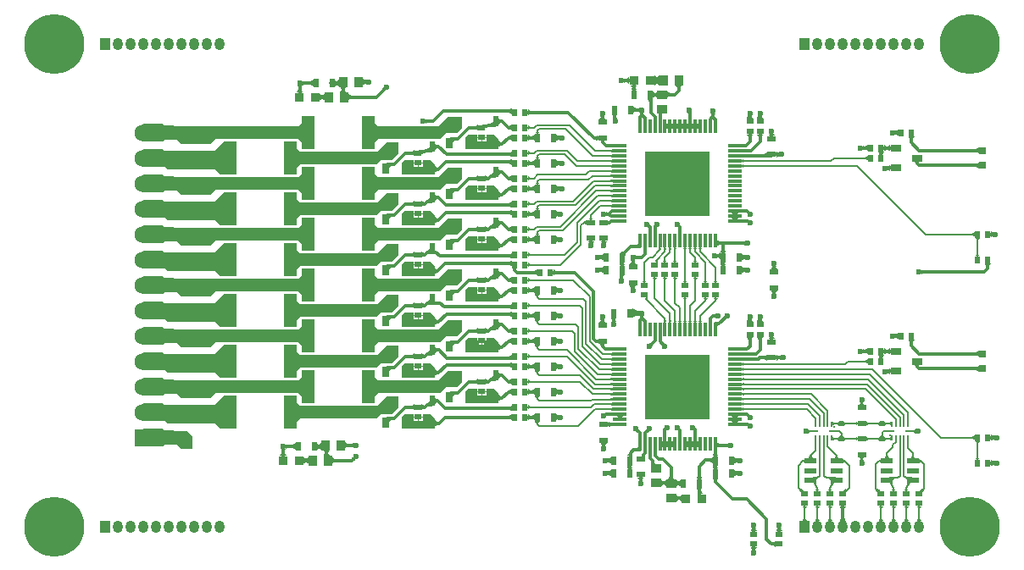
<source format=gtl>
G04*
G04 #@! TF.GenerationSoftware,Altium Limited,Altium Designer,21.6.4 (81)*
G04*
G04 Layer_Physical_Order=1*
G04 Layer_Color=255*
%FSLAX25Y25*%
%MOIN*%
G70*
G04*
G04 #@! TF.SameCoordinates,D21CAB57-D7DD-4798-A039-69392B5906F0*
G04*
G04*
G04 #@! TF.FilePolarity,Positive*
G04*
G01*
G75*
%ADD13C,0.00787*%
%ADD15R,0.05807X0.01181*%
%ADD16R,0.01181X0.05807*%
%ADD18R,0.04528X0.02362*%
%ADD19R,0.00787X0.02362*%
%ADD20R,0.02362X0.00787*%
%ADD21R,0.00787X0.00591*%
%ADD22R,0.02362X0.02756*%
%ADD23R,0.03701X0.02126*%
%ADD24R,0.02126X0.03701*%
%ADD25R,0.02559X0.04331*%
%ADD26R,0.04921X0.12992*%
%ADD27R,0.01968X0.04134*%
%ADD28R,0.04606X0.04961*%
%ADD29R,0.02756X0.02362*%
%ADD30R,0.03150X0.03150*%
%ADD31R,0.04331X0.02559*%
%ADD32R,0.03543X0.03740*%
%ADD33R,0.03347X0.03937*%
%ADD34R,0.03937X0.03347*%
%ADD59R,0.25591X0.25591*%
%ADD60C,0.01181*%
%ADD61C,0.01968*%
%ADD62O,0.04095X0.04724*%
%ADD63R,0.04095X0.04724*%
%ADD64R,0.06791X0.06791*%
%ADD65C,0.06791*%
%ADD66C,0.23622*%
%ADD67C,0.02362*%
%ADD68C,0.03347*%
G36*
X252886Y188543D02*
X251845Y189058D01*
X250909Y188642D01*
Y192358D01*
X251845Y191943D01*
X252886Y192456D01*
Y188543D01*
D02*
G37*
G36*
X126886Y188319D02*
X126042Y188741D01*
X125189Y188319D01*
Y190681D01*
X126042Y190259D01*
X126886Y190681D01*
Y188319D01*
D02*
G37*
G36*
X239732Y191091D02*
Y189909D01*
X238843Y189673D01*
Y191327D01*
X239732Y191091D01*
D02*
G37*
G36*
X241091Y189319D02*
X239910Y189909D01*
Y191091D01*
X241091Y191681D01*
Y189319D01*
D02*
G37*
G36*
X137111Y190682D02*
X137656Y190827D01*
Y189173D01*
X137111Y189318D01*
X136102Y188819D01*
Y191181D01*
X137111Y190682D01*
D02*
G37*
G36*
X113232Y190091D02*
Y188909D01*
X112344Y188673D01*
Y190327D01*
X113232Y190091D01*
D02*
G37*
G36*
X116799Y188319D02*
X115618Y188909D01*
Y190091D01*
X116799Y190681D01*
Y188319D01*
D02*
G37*
G36*
X112091Y187768D02*
X110909D01*
X110673Y188656D01*
X112327D01*
X112091Y187768D01*
D02*
G37*
G36*
X261043Y187362D02*
X259862D01*
X259272Y188556D01*
X261634D01*
X261043Y187362D01*
D02*
G37*
G36*
X243563Y187707D02*
X243901Y186838D01*
X241799D01*
X242138Y187707D01*
X241669Y188654D01*
X244032D01*
X243563Y187707D01*
D02*
G37*
G36*
X145488Y186819D02*
X144693Y186358D01*
X143858Y187193D01*
X144319Y187988D01*
X145488Y186819D01*
D02*
G37*
G36*
X129159Y187000D02*
X129681Y185944D01*
X127319D01*
X127841Y187000D01*
X127319Y188056D01*
X129681D01*
X129159Y187000D01*
D02*
G37*
G36*
X112681Y185846D02*
X110319D01*
X110909Y187039D01*
X112091D01*
X112681Y185846D01*
D02*
G37*
G36*
X252056Y183772D02*
X251122Y184234D01*
X250189Y183772D01*
Y186134D01*
X251122Y185672D01*
X252056Y186134D01*
Y183772D01*
D02*
G37*
G36*
X121386Y182819D02*
X120397Y183314D01*
X119397Y182819D01*
Y185181D01*
X120397Y184686D01*
X121386Y185181D01*
Y182819D01*
D02*
G37*
G36*
X257138Y185543D02*
Y184362D01*
X255944Y183772D01*
Y186134D01*
X257138Y185543D01*
D02*
G37*
G36*
X131795Y184591D02*
Y183409D01*
X130602Y182819D01*
Y185181D01*
X131795Y184591D01*
D02*
G37*
G36*
X250201Y183162D02*
X250091Y181981D01*
X248909D01*
X248319Y183174D01*
X250201Y183162D01*
D02*
G37*
G36*
X245157Y178173D02*
X244268Y178409D01*
Y179591D01*
X245157Y179827D01*
Y178173D01*
D02*
G37*
G36*
X243882Y179591D02*
Y178409D01*
X242701Y177819D01*
Y180181D01*
X243882Y179591D01*
D02*
G37*
G36*
X194874Y177335D02*
X193681Y177925D01*
Y179106D01*
X194862Y179366D01*
X194874Y177335D01*
D02*
G37*
G36*
X246590Y177269D02*
X245409D01*
X245173Y178156D01*
X246827D01*
X246590Y177269D01*
D02*
G37*
G36*
X265512Y177682D02*
X264331Y177122D01*
X264029Y177917D01*
X265573Y178507D01*
X265512Y177682D01*
D02*
G37*
G36*
X202319Y178591D02*
Y177409D01*
X201126Y176819D01*
Y179181D01*
X202319Y178591D01*
D02*
G37*
G36*
X274590Y176769D02*
X273410D01*
X273173Y177656D01*
X274827D01*
X274590Y176769D01*
D02*
G37*
G36*
X293155Y176656D02*
X293327D01*
X293267Y176431D01*
X293681Y175594D01*
X291319D01*
X291733Y176431D01*
X291673Y176656D01*
X291845D01*
X291910Y176787D01*
X293091D01*
X293155Y176656D01*
D02*
G37*
G36*
X289155D02*
X289327D01*
X289267Y176431D01*
X289681Y175594D01*
X287319D01*
X287733Y176431D01*
X287673Y176656D01*
X287845D01*
X287910Y176787D01*
X289090D01*
X289155Y176656D01*
D02*
G37*
G36*
X236061Y176118D02*
X236272Y175394D01*
X234622Y175289D01*
X234803Y176051D01*
X234299Y177162D01*
X236401D01*
X236061Y176118D01*
D02*
G37*
G36*
X231197Y176167D02*
X231681Y175189D01*
X229319D01*
X229803Y176167D01*
X229673Y176656D01*
X231327D01*
X231197Y176167D01*
D02*
G37*
G36*
X275342Y175482D02*
X274197Y174386D01*
X273440Y175833D01*
X274275Y176668D01*
X275342Y175482D01*
D02*
G37*
G36*
X161732Y175091D02*
Y173909D01*
X160844Y173673D01*
Y175327D01*
X161732Y175091D01*
D02*
G37*
G36*
X266323Y173360D02*
X266681Y173181D01*
Y172000D01*
X266323Y171821D01*
Y171409D01*
X265909Y171614D01*
X265500Y171409D01*
Y171817D01*
X265130Y172000D01*
Y173181D01*
X265500Y173364D01*
Y173772D01*
X265909Y173567D01*
X266323Y173772D01*
Y173360D01*
D02*
G37*
G36*
X264355D02*
X264712Y173181D01*
Y172000D01*
X264355Y171821D01*
Y171409D01*
X263941Y171614D01*
X263531Y171409D01*
Y171817D01*
X263162Y172000D01*
Y173181D01*
X263531Y173364D01*
Y173772D01*
X263941Y173567D01*
X264355Y173772D01*
Y173360D01*
D02*
G37*
G36*
X260418D02*
X260775Y173181D01*
Y172000D01*
X260418Y171821D01*
Y171409D01*
X260004Y171614D01*
X259594Y171409D01*
Y171817D01*
X259225Y172000D01*
Y173181D01*
X259594Y173364D01*
Y173772D01*
X260004Y173567D01*
X260418Y173772D01*
Y173360D01*
D02*
G37*
G36*
X256481D02*
X256838Y173181D01*
Y172000D01*
X256481Y171821D01*
Y171409D01*
X256067Y171614D01*
X255657Y171409D01*
Y171817D01*
X255288Y172000D01*
Y173181D01*
X255657Y173364D01*
Y173772D01*
X256067Y173567D01*
X256481Y173772D01*
Y173360D01*
D02*
G37*
G36*
X268292Y173360D02*
X268649Y173181D01*
Y172000D01*
X268292Y171821D01*
Y171409D01*
X267878Y171614D01*
X267468Y171409D01*
Y171817D01*
X267099Y172000D01*
Y173181D01*
X267468Y173364D01*
Y173772D01*
X267878Y173567D01*
X268292Y173772D01*
Y173360D01*
D02*
G37*
G36*
X262386D02*
X262744Y173181D01*
Y172000D01*
X262386Y171821D01*
Y171409D01*
X261972Y171614D01*
X261563Y171409D01*
Y171817D01*
X261193Y172000D01*
Y173181D01*
X261563Y173364D01*
Y173772D01*
X261972Y173567D01*
X262386Y173772D01*
Y173360D01*
D02*
G37*
G36*
X258449D02*
X258807Y173181D01*
Y172000D01*
X258449Y171821D01*
Y171409D01*
X258035Y171614D01*
X257626Y171409D01*
Y171817D01*
X257256Y172000D01*
Y173181D01*
X257626Y173364D01*
Y173772D01*
X258035Y173567D01*
X258449Y173772D01*
Y173360D01*
D02*
G37*
G36*
X190653Y175071D02*
Y173890D01*
X189460Y173299D01*
Y175661D01*
X190653Y175071D01*
D02*
G37*
G36*
X117150Y163504D02*
X112228D01*
Y166299D01*
X111008Y167520D01*
X78303D01*
X76295Y165512D01*
X64697D01*
X63122Y167087D01*
X58150D01*
X57667Y166604D01*
X50000D01*
X46604Y170000D01*
X50000Y173396D01*
X57667D01*
X58150Y172913D01*
X61850D01*
X62283Y172480D01*
X111000D01*
X112228Y173709D01*
Y176496D01*
X117150D01*
Y163504D01*
D02*
G37*
G36*
X187528Y172425D02*
X186347Y172413D01*
Y173594D01*
X187528Y174185D01*
Y172425D01*
D02*
G37*
G36*
X185059Y171968D02*
X184366Y171866D01*
Y173138D01*
X185059Y173150D01*
Y171968D01*
D02*
G37*
G36*
X201925Y172394D02*
Y171606D01*
X201126Y171213D01*
Y172787D01*
X201925Y172394D01*
D02*
G37*
G36*
X194874Y170819D02*
X193681Y171409D01*
Y172591D01*
X194874Y173181D01*
Y170819D01*
D02*
G37*
G36*
X181634Y170799D02*
X180453Y171378D01*
Y172559D01*
X181634Y173138D01*
Y170799D01*
D02*
G37*
G36*
X346874Y168819D02*
X345874Y169314D01*
X345343Y169173D01*
Y170827D01*
X345874Y170686D01*
X346874Y171181D01*
Y168819D01*
D02*
G37*
G36*
X205638Y169826D02*
X204063D01*
X204457Y170626D01*
X205244D01*
X205638Y169826D01*
D02*
G37*
G36*
X297702Y169657D02*
X297827D01*
X297783Y169493D01*
X298181Y168689D01*
X295819D01*
X296217Y169493D01*
X296173Y169657D01*
X296298D01*
X296410Y169882D01*
X297590D01*
X297702Y169657D01*
D02*
G37*
G36*
X205268Y168417D02*
X204433D01*
X204457Y169621D01*
X205244D01*
X205268Y168417D01*
D02*
G37*
G36*
X189484Y167587D02*
Y166689D01*
X190653Y166110D01*
Y164929D01*
X189484Y164350D01*
Y163453D01*
X176748D01*
X176500Y163701D01*
Y168032D01*
X177681Y169213D01*
X181222D01*
Y168231D01*
X183000D01*
X184778D01*
Y169213D01*
X187858D01*
X189484Y167587D01*
D02*
G37*
G36*
X293091Y168150D02*
X291910D01*
X291319Y169343D01*
X293681D01*
X293091Y168150D01*
D02*
G37*
G36*
X289090D02*
X287910D01*
X287319Y169343D01*
X289681D01*
X289090Y168150D01*
D02*
G37*
G36*
X140772Y173748D02*
X142118Y172401D01*
X166000D01*
X169898Y176299D01*
X175279D01*
Y171968D01*
X173311Y170000D01*
X168901D01*
X166500Y167599D01*
X142114Y167599D01*
X140772Y166256D01*
Y163504D01*
X135850D01*
Y176496D01*
X140772D01*
Y173748D01*
D02*
G37*
G36*
X352559Y167453D02*
X351378D01*
X350799Y168634D01*
X353138D01*
X352559Y167453D01*
D02*
G37*
G36*
X213167Y168697D02*
X213656Y168827D01*
Y167173D01*
X213167Y167303D01*
X212189Y166819D01*
Y169181D01*
X213167Y168697D01*
D02*
G37*
G36*
X203799Y166819D02*
X202618Y167409D01*
Y168591D01*
X203799Y169181D01*
Y166819D01*
D02*
G37*
G36*
X202319Y168591D02*
Y167409D01*
X201126Y166819D01*
Y169181D01*
X202319Y168591D01*
D02*
G37*
G36*
X194874Y166819D02*
X193681Y167409D01*
Y168591D01*
X194874Y169181D01*
Y166819D01*
D02*
G37*
G36*
X228662Y166799D02*
X227481Y167260D01*
Y168441D01*
X228662Y168901D01*
Y166799D01*
D02*
G37*
G36*
X172669Y166850D02*
X171488Y166260D01*
Y168019D01*
X172669Y168032D01*
Y166850D01*
D02*
G37*
G36*
X231090Y166197D02*
X229909D01*
X229897Y166799D01*
X231103D01*
X231090Y166197D01*
D02*
G37*
G36*
X334874Y162819D02*
X333699Y163401D01*
X332843Y163173D01*
Y164827D01*
X333699Y164599D01*
X334874Y165181D01*
Y162819D01*
D02*
G37*
G36*
X165653Y165071D02*
Y163890D01*
X164460Y163299D01*
Y165661D01*
X165653Y165071D01*
D02*
G37*
G36*
X86650Y153504D02*
X80311D01*
X78303Y155512D01*
X59724D01*
X58632Y156604D01*
X50000D01*
X46604Y160000D01*
X50000Y163396D01*
X57667D01*
X58150Y162913D01*
X78146D01*
X81728Y166496D01*
X86650D01*
Y153504D01*
D02*
G37*
G36*
X343725Y162709D02*
X342532Y163299D01*
Y164480D01*
X343713Y165047D01*
X343725Y162709D01*
D02*
G37*
G36*
X342319Y164480D02*
Y163299D01*
X341126Y162709D01*
Y165071D01*
X342319Y164480D01*
D02*
G37*
G36*
X162528Y162425D02*
X161347Y162413D01*
Y163594D01*
X162528Y164185D01*
Y162425D01*
D02*
G37*
G36*
X234518Y162217D02*
X233731Y162402D01*
Y163189D01*
X234518Y163374D01*
Y162217D01*
D02*
G37*
G36*
X378449Y161772D02*
X377256Y162362D01*
Y163543D01*
X378449Y164134D01*
Y161772D01*
D02*
G37*
G36*
X160547Y161969D02*
X159366Y161378D01*
Y163138D01*
X160547Y163150D01*
Y161969D01*
D02*
G37*
G36*
X340827Y162000D02*
X341138Y161366D01*
X338799D01*
X339110Y162000D01*
X338799Y162634D01*
X341138D01*
X340827Y162000D01*
D02*
G37*
G36*
X201925Y162394D02*
Y161606D01*
X201126Y161213D01*
Y162787D01*
X201925Y162394D01*
D02*
G37*
G36*
X156634Y160799D02*
X155453Y161378D01*
Y162559D01*
X156634Y163138D01*
Y160799D01*
D02*
G37*
G36*
X194862Y160634D02*
X193681Y160795D01*
Y161976D01*
X194874Y162567D01*
X194862Y160634D01*
D02*
G37*
G36*
X299646Y162138D02*
X300106Y162272D01*
X300211Y160622D01*
X299777Y160725D01*
X298838Y160299D01*
Y162401D01*
X299646Y162138D01*
D02*
G37*
G36*
X295162Y160299D02*
X293981Y160260D01*
Y161441D01*
X295174Y162031D01*
X295162Y160299D01*
D02*
G37*
G36*
X234518Y160248D02*
X233731Y160433D01*
Y161221D01*
X234518Y161405D01*
Y160248D01*
D02*
G37*
G36*
X205638Y159826D02*
X204063D01*
X204457Y160626D01*
X205244D01*
X205638Y159826D01*
D02*
G37*
G36*
X334874Y159213D02*
X334075Y159606D01*
Y160394D01*
X334874Y160787D01*
Y159213D01*
D02*
G37*
G36*
X205268Y158417D02*
X204433D01*
X204457Y159621D01*
X205244D01*
X205268Y158417D01*
D02*
G37*
G36*
X286269Y159252D02*
Y158465D01*
X285482Y158280D01*
Y159437D01*
X286269Y159252D01*
D02*
G37*
G36*
X234518Y158280D02*
X233731Y158465D01*
Y159252D01*
X234518Y159437D01*
Y158280D01*
D02*
G37*
G36*
X164484Y157587D02*
Y156689D01*
X165653Y156110D01*
Y154929D01*
X164484Y154350D01*
Y153453D01*
X151748D01*
X151500Y153701D01*
Y158031D01*
X152681Y159213D01*
X156222D01*
Y158231D01*
X158000D01*
X159778D01*
Y159213D01*
X162858D01*
X164484Y157587D01*
D02*
G37*
G36*
X354724Y157866D02*
X353543D01*
X353268Y158732D01*
X355000D01*
X354724Y157866D01*
D02*
G37*
G36*
X110272Y163748D02*
X111618Y162401D01*
X141921D01*
X145819Y166299D01*
X150279D01*
Y161969D01*
X147524Y159213D01*
X143193D01*
X141579Y157599D01*
X111614Y157599D01*
X110272Y156256D01*
Y153504D01*
X105350D01*
Y166496D01*
X110272D01*
Y163748D01*
D02*
G37*
G36*
X194874Y157314D02*
X193681Y157905D01*
Y159086D01*
X194862Y159366D01*
X194874Y157314D01*
D02*
G37*
G36*
X213167Y158697D02*
X213656Y158827D01*
Y157173D01*
X213167Y157303D01*
X212189Y156819D01*
Y159181D01*
X213167Y158697D01*
D02*
G37*
G36*
X203799Y156819D02*
X202618Y157409D01*
Y158591D01*
X203799Y159181D01*
Y156819D01*
D02*
G37*
G36*
X202319Y158591D02*
Y157409D01*
X201126Y156819D01*
Y159181D01*
X202319Y158591D01*
D02*
G37*
G36*
X343713Y154953D02*
X342825Y155379D01*
X342417Y155256D01*
X342263Y156902D01*
X342727Y156798D01*
X343725Y157291D01*
X343713Y154953D01*
D02*
G37*
G36*
X286269Y157283D02*
Y156496D01*
X285482Y156311D01*
Y157468D01*
X286269Y157283D01*
D02*
G37*
G36*
X234518Y156311D02*
X233731Y156496D01*
Y157283D01*
X234518Y157468D01*
Y156311D01*
D02*
G37*
G36*
X147669Y156850D02*
X146488Y156260D01*
Y158019D01*
X147669Y158031D01*
Y156850D01*
D02*
G37*
G36*
X378449Y155866D02*
X377256Y156457D01*
Y157638D01*
X378449Y158228D01*
Y155866D01*
D02*
G37*
G36*
X234518Y154343D02*
X233731Y154528D01*
Y155315D01*
X234518Y155500D01*
Y154343D01*
D02*
G37*
G36*
X190653Y155071D02*
Y153890D01*
X189460Y153299D01*
Y155661D01*
X190653Y155071D01*
D02*
G37*
G36*
X117150Y143504D02*
X112228D01*
Y146299D01*
X111008Y147520D01*
X78303D01*
X76295Y145512D01*
X64697D01*
X63122Y147087D01*
X58150D01*
X57667Y146604D01*
X50000D01*
X46604Y150000D01*
X50000Y153396D01*
X57667D01*
X58150Y152913D01*
X61850D01*
X62283Y152480D01*
X111000D01*
X112228Y153709D01*
Y156496D01*
X117150D01*
Y143504D01*
D02*
G37*
G36*
X187528Y152425D02*
X186504Y152413D01*
Y153595D01*
X187528Y154028D01*
Y152425D01*
D02*
G37*
G36*
X234518Y152374D02*
X233731Y152559D01*
Y153347D01*
X234518Y153531D01*
Y152374D01*
D02*
G37*
G36*
X201925Y152394D02*
Y151606D01*
X201126Y151213D01*
Y152787D01*
X201925Y152394D01*
D02*
G37*
G36*
X185468Y152559D02*
Y151378D01*
X184366Y150866D01*
Y153071D01*
X185468Y152559D01*
D02*
G37*
G36*
X194874Y150819D02*
X193681Y151409D01*
Y152591D01*
X194874Y153181D01*
Y150819D01*
D02*
G37*
G36*
X181634Y150799D02*
X180453Y151378D01*
Y152559D01*
X181634Y153138D01*
Y150799D01*
D02*
G37*
G36*
X234518Y150406D02*
X233731Y150591D01*
Y151378D01*
X234518Y151563D01*
Y150406D01*
D02*
G37*
G36*
X205638Y149826D02*
X204063D01*
X204457Y150626D01*
X205244D01*
X205638Y149826D01*
D02*
G37*
G36*
X234518Y148437D02*
X233731Y148622D01*
Y149409D01*
X234518Y149594D01*
Y148437D01*
D02*
G37*
G36*
X205268Y148417D02*
X204433D01*
X204457Y149621D01*
X205244D01*
X205268Y148417D01*
D02*
G37*
G36*
X189484Y147587D02*
Y146689D01*
X190653Y146110D01*
Y144929D01*
X189484Y144351D01*
Y143453D01*
X176748D01*
X176500Y143701D01*
Y148031D01*
X177681Y149213D01*
X181222D01*
Y148231D01*
X183000D01*
X184778D01*
Y149213D01*
X187858D01*
X189484Y147587D01*
D02*
G37*
G36*
X140772Y153748D02*
X142118Y152401D01*
X166000D01*
X169898Y156299D01*
X175279D01*
Y151969D01*
X173311Y150000D01*
X168901D01*
X166500Y147599D01*
X142114Y147599D01*
X140772Y146256D01*
Y143504D01*
X135850D01*
Y156496D01*
X140772D01*
Y153748D01*
D02*
G37*
G36*
X213167Y148697D02*
X213656Y148827D01*
Y147173D01*
X213167Y147303D01*
X212189Y146819D01*
Y149181D01*
X213167Y148697D01*
D02*
G37*
G36*
X203799Y146819D02*
X202618Y147409D01*
Y148591D01*
X203799Y149181D01*
Y146819D01*
D02*
G37*
G36*
X202319Y148591D02*
Y147409D01*
X201126Y146819D01*
Y149181D01*
X202319Y148591D01*
D02*
G37*
G36*
X194874Y146819D02*
X193681Y147409D01*
Y148591D01*
X194874Y149181D01*
Y146819D01*
D02*
G37*
G36*
X234518Y146469D02*
X233731Y146653D01*
Y147441D01*
X234518Y147626D01*
Y146469D01*
D02*
G37*
G36*
X172669Y146850D02*
X171488Y146260D01*
Y148020D01*
X172669Y148031D01*
Y146850D01*
D02*
G37*
G36*
X234518Y144500D02*
X233731Y144685D01*
Y145472D01*
X234518Y145657D01*
Y144500D01*
D02*
G37*
G36*
X165653Y145071D02*
Y143890D01*
X164460Y143299D01*
Y145661D01*
X165653Y145071D01*
D02*
G37*
G36*
X86650Y133504D02*
X80311D01*
X78303Y135512D01*
X59724D01*
X58632Y136604D01*
X50000D01*
X46604Y140000D01*
X50000Y143396D01*
X57667D01*
X58150Y142913D01*
X78146D01*
X81728Y146496D01*
X86650D01*
Y133504D01*
D02*
G37*
G36*
X234518Y142532D02*
X233731Y142717D01*
Y143504D01*
X234518Y143689D01*
Y142532D01*
D02*
G37*
G36*
X162528Y142425D02*
X161504Y142413D01*
Y143595D01*
X162528Y144028D01*
Y142425D01*
D02*
G37*
G36*
X201925Y142394D02*
Y141606D01*
X201126Y141213D01*
Y142787D01*
X201925Y142394D01*
D02*
G37*
G36*
X160468Y142559D02*
Y141378D01*
X159366Y140866D01*
Y143071D01*
X160468Y142559D01*
D02*
G37*
G36*
X156634Y140799D02*
X155453Y141378D01*
Y142559D01*
X156634Y143138D01*
Y140799D01*
D02*
G37*
G36*
X194862Y140634D02*
X193681Y140909D01*
Y142091D01*
X194874Y142681D01*
X194862Y140634D01*
D02*
G37*
G36*
X234518Y140563D02*
X233731Y140748D01*
Y141535D01*
X234518Y141720D01*
Y140563D01*
D02*
G37*
G36*
X205638Y139826D02*
X204063D01*
X204457Y140626D01*
X205244D01*
X205638Y139826D01*
D02*
G37*
G36*
X205268Y138417D02*
X204433D01*
X204457Y139621D01*
X205244D01*
X205268Y138417D01*
D02*
G37*
G36*
X288174Y139135D02*
X287343Y138238D01*
X286845Y138755D01*
X287680Y139591D01*
X288174Y139135D01*
D02*
G37*
G36*
X164484Y137587D02*
Y136689D01*
X165653Y136110D01*
Y134929D01*
X164484Y134351D01*
Y133453D01*
X151748D01*
X151500Y133701D01*
Y138031D01*
X152681Y139213D01*
X156222D01*
Y138232D01*
X158000D01*
X159778D01*
Y139213D01*
X162858D01*
X164484Y137587D01*
D02*
G37*
G36*
X110272Y143748D02*
X111618Y142401D01*
X141921D01*
X145819Y146299D01*
X150279D01*
Y141969D01*
X147524Y139213D01*
X143193D01*
X141579Y137599D01*
X111614Y137599D01*
X110272Y136256D01*
Y133504D01*
X105350D01*
Y146496D01*
X110272D01*
Y143748D01*
D02*
G37*
G36*
X283364Y138595D02*
X283772D01*
X283567Y138185D01*
X283772Y137771D01*
X283360D01*
X283181Y137414D01*
X282000D01*
X281821Y137771D01*
X281410D01*
X281614Y138185D01*
X281410Y138595D01*
X281817D01*
X282000Y138964D01*
X283181D01*
X283364Y138595D01*
D02*
G37*
G36*
X194874Y137385D02*
X193681Y137976D01*
Y139157D01*
X194862Y139366D01*
X194874Y137385D01*
D02*
G37*
G36*
X232732Y138591D02*
Y137409D01*
X231843Y137173D01*
Y138827D01*
X232732Y138591D01*
D02*
G37*
G36*
X212993Y138783D02*
X213157Y138827D01*
Y138702D01*
X213382Y138591D01*
Y137409D01*
X213157Y137298D01*
Y137173D01*
X212993Y137217D01*
X212189Y136819D01*
Y139181D01*
X212993Y138783D01*
D02*
G37*
G36*
X203799Y136819D02*
X202618Y137409D01*
Y138591D01*
X203799Y139181D01*
Y136819D01*
D02*
G37*
G36*
X202319Y138591D02*
Y137409D01*
X201126Y136819D01*
Y139181D01*
X202319Y138591D01*
D02*
G37*
G36*
X147669Y136850D02*
X146488Y136260D01*
Y138020D01*
X147669Y138031D01*
Y136850D01*
D02*
G37*
G36*
X226787Y135701D02*
X225213D01*
X225606Y136488D01*
X226394D01*
X226787Y135701D01*
D02*
G37*
G36*
X283364Y136626D02*
X283772D01*
X283567Y136217D01*
X283772Y135803D01*
X283360D01*
X283181Y135445D01*
X282000D01*
X281821Y135803D01*
X281410D01*
X281614Y136217D01*
X281410Y136626D01*
X281817D01*
X282000Y136996D01*
X283181D01*
X283364Y136626D01*
D02*
G37*
G36*
X224174Y133862D02*
X223374Y134256D01*
Y135043D01*
X224174Y135437D01*
Y133862D01*
D02*
G37*
G36*
X190653Y135071D02*
Y133890D01*
X189460Y133299D01*
Y135661D01*
X190653Y135071D01*
D02*
G37*
G36*
X117150Y123504D02*
X112228D01*
Y126299D01*
X111008Y127520D01*
X78303D01*
X76295Y125512D01*
X64697D01*
X63122Y127087D01*
X58150D01*
X57667Y126604D01*
X50000D01*
X46604Y130000D01*
X50000Y133396D01*
X57667D01*
X58150Y132913D01*
X61850D01*
X62283Y132480D01*
X111000D01*
X112228Y133709D01*
Y136496D01*
X117150D01*
Y123504D01*
D02*
G37*
G36*
X187528Y132425D02*
X186504Y132413D01*
Y133595D01*
X187528Y134028D01*
Y132425D01*
D02*
G37*
G36*
X201925Y132394D02*
Y131606D01*
X201126Y131213D01*
Y132787D01*
X201925Y132394D01*
D02*
G37*
G36*
X185468Y132559D02*
Y131378D01*
X184366Y130866D01*
Y133071D01*
X185468Y132559D01*
D02*
G37*
G36*
X194874Y130819D02*
X193681Y131409D01*
Y132591D01*
X194874Y133181D01*
Y130819D01*
D02*
G37*
G36*
X181634Y130799D02*
X180453Y131378D01*
Y132559D01*
X181634Y133138D01*
Y130799D01*
D02*
G37*
G36*
X205638Y129826D02*
X204063D01*
X204457Y130626D01*
X205244D01*
X205638Y129826D01*
D02*
G37*
G36*
X376874Y129213D02*
X376075Y129606D01*
Y130394D01*
X376874Y130787D01*
Y129213D01*
D02*
G37*
G36*
X383952Y130772D02*
X384156Y130827D01*
Y130671D01*
X384319Y130591D01*
Y129409D01*
X384156Y129329D01*
Y129173D01*
X383952Y129228D01*
X383126Y128819D01*
Y131181D01*
X383952Y130772D01*
D02*
G37*
G36*
X205268Y128417D02*
X204433D01*
X204457Y129621D01*
X205244D01*
X205268Y128417D01*
D02*
G37*
G36*
X189484Y127587D02*
Y126689D01*
X190653Y126110D01*
Y124929D01*
X189484Y124351D01*
Y123453D01*
X176748D01*
X176500Y123701D01*
Y128032D01*
X177681Y129213D01*
X181222D01*
Y128232D01*
X183000D01*
X184778D01*
Y129213D01*
X187858D01*
X189484Y127587D01*
D02*
G37*
G36*
X378425Y127847D02*
X377638D01*
X377244Y128634D01*
X378819D01*
X378425Y127847D01*
D02*
G37*
G36*
X140772Y133748D02*
X142118Y132401D01*
X166000D01*
X169898Y136299D01*
X175279D01*
Y131968D01*
X173311Y130000D01*
X168901D01*
X166500Y127599D01*
X142114Y127599D01*
X140772Y126256D01*
Y123504D01*
X135850D01*
Y136496D01*
X140772D01*
Y133748D01*
D02*
G37*
G36*
X212993Y128783D02*
X213157Y128827D01*
Y128702D01*
X213382Y128591D01*
Y127409D01*
X213157Y127298D01*
Y127173D01*
X212993Y127217D01*
X212189Y126819D01*
Y129181D01*
X212993Y128783D01*
D02*
G37*
G36*
X203799Y126819D02*
X202618Y127409D01*
Y128591D01*
X203799Y129181D01*
Y126819D01*
D02*
G37*
G36*
X202319Y128591D02*
Y127409D01*
X201126Y126819D01*
Y129181D01*
X202319Y128591D01*
D02*
G37*
G36*
X194874Y126819D02*
X193681Y127409D01*
Y128591D01*
X194874Y129181D01*
Y126819D01*
D02*
G37*
G36*
X172669Y126850D02*
X171488Y126260D01*
Y128019D01*
X172669Y128032D01*
Y126850D01*
D02*
G37*
G36*
X231783Y126507D02*
X231827Y126344D01*
X231702D01*
X231591Y126118D01*
X230410D01*
X230298Y126344D01*
X230173D01*
X230217Y126507D01*
X229819Y127311D01*
X232181D01*
X231783Y126507D01*
D02*
G37*
G36*
X226783D02*
X226827Y126344D01*
X226702D01*
X226590Y126118D01*
X225410D01*
X225298Y126344D01*
X225173D01*
X225217Y126507D01*
X224819Y127311D01*
X227181D01*
X226783Y126507D01*
D02*
G37*
G36*
X286656Y125673D02*
X285769Y125909D01*
Y127091D01*
X286656Y127327D01*
Y125673D01*
D02*
G37*
G36*
X276523Y127091D02*
Y125909D01*
X275342Y125319D01*
Y127681D01*
X276523Y127091D01*
D02*
G37*
G36*
X244658Y124518D02*
X243477Y124506D01*
Y125687D01*
X244670Y126277D01*
X244658Y124518D01*
D02*
G37*
G36*
X253456Y123868D02*
X252669D01*
X252532Y124518D01*
X253689D01*
X253456Y123868D01*
D02*
G37*
G36*
X269252Y123731D02*
X268465D01*
X268280Y124518D01*
X269437D01*
X269252Y123731D01*
D02*
G37*
G36*
X267284D02*
X266496D01*
X266311Y124518D01*
X267468D01*
X267284Y123731D01*
D02*
G37*
G36*
X265315D02*
X264528D01*
X264343Y124518D01*
X265500D01*
X265315Y123731D01*
D02*
G37*
G36*
X263347D02*
X262559D01*
X262374Y124518D01*
X263531D01*
X263347Y123731D01*
D02*
G37*
G36*
X259409D02*
X258622D01*
X258437Y124518D01*
X259594D01*
X259409Y123731D01*
D02*
G37*
G36*
X257441D02*
X256653D01*
X256469Y124518D01*
X257626D01*
X257441Y123731D01*
D02*
G37*
G36*
X255472D02*
X254685D01*
X254500Y124518D01*
X255657D01*
X255472Y123731D01*
D02*
G37*
G36*
X86650Y113504D02*
X80311D01*
X78303Y115512D01*
X59724D01*
X58632Y116604D01*
X50000D01*
X46604Y120000D01*
X50000Y123396D01*
X57667D01*
X58150Y122913D01*
X78146D01*
X81728Y126496D01*
X86650D01*
Y113504D01*
D02*
G37*
G36*
X278901Y122838D02*
X276799D01*
X277292Y124020D01*
X278473D01*
X278901Y122838D01*
D02*
G37*
G36*
X162528Y122425D02*
X161504Y122413D01*
Y123594D01*
X162528Y124028D01*
Y122425D01*
D02*
G37*
G36*
X276799Y120319D02*
X275831Y120803D01*
X275343Y120673D01*
Y122327D01*
X275831Y122197D01*
X276799Y122681D01*
Y120319D01*
D02*
G37*
G36*
X230811Y119819D02*
X229833Y120303D01*
X229344Y120173D01*
Y121827D01*
X229833Y121697D01*
X230811Y122181D01*
Y119819D01*
D02*
G37*
G36*
X378819Y121354D02*
X377244D01*
X377638Y122153D01*
X378425D01*
X378819Y121354D01*
D02*
G37*
G36*
X201925Y122394D02*
Y121606D01*
X201126Y121213D01*
Y122787D01*
X201925Y122394D01*
D02*
G37*
G36*
X240036Y122838D02*
X239201Y121168D01*
X237530Y122838D01*
X239201Y123674D01*
X240036Y122838D01*
D02*
G37*
G36*
X160468Y122559D02*
Y121378D01*
X159366Y120866D01*
Y123071D01*
X160468Y122559D01*
D02*
G37*
G36*
X156634Y120799D02*
X155453Y121378D01*
Y122559D01*
X156634Y123138D01*
Y120799D01*
D02*
G37*
G36*
X194862Y120634D02*
X193681Y120809D01*
Y121991D01*
X194874Y122581D01*
X194862Y120634D01*
D02*
G37*
G36*
X286167Y121697D02*
X286656Y121827D01*
Y120173D01*
X286167Y120303D01*
X285189Y119819D01*
Y122181D01*
X286167Y121697D01*
D02*
G37*
G36*
X244232Y121591D02*
Y120409D01*
X243343Y120173D01*
Y121827D01*
X244232Y121591D01*
D02*
G37*
G36*
X267787Y119126D02*
X266213D01*
X266606Y119925D01*
X267394D01*
X267787Y119126D01*
D02*
G37*
G36*
X259803D02*
X258228D01*
X258622Y119925D01*
X259409D01*
X259803Y119126D01*
D02*
G37*
G36*
X255787D02*
X254213D01*
X254606Y119925D01*
X255394D01*
X255787Y119126D01*
D02*
G37*
G36*
X252366Y119138D02*
X251138Y119126D01*
X251418Y119811D01*
X252205D01*
X252366Y119138D01*
D02*
G37*
G36*
X164484Y117587D02*
Y116518D01*
X165500Y116091D01*
Y114909D01*
X164484Y114482D01*
Y113453D01*
X151748D01*
X151500Y113701D01*
Y118032D01*
X152681Y119213D01*
X156222D01*
Y118231D01*
X158000D01*
X159778D01*
Y119213D01*
X162858D01*
X164484Y117587D01*
D02*
G37*
G36*
X243110Y119342D02*
X243681Y118201D01*
X241319D01*
X241890Y119342D01*
X241673Y120157D01*
X243327D01*
X243110Y119342D01*
D02*
G37*
G36*
X278643Y118500D02*
X278901Y117838D01*
X276799D01*
X277057Y118500D01*
X276799Y119162D01*
X278901D01*
X278643Y118500D01*
D02*
G37*
G36*
X238943D02*
X239201Y117838D01*
X237099D01*
X237356Y118500D01*
X237099Y119162D01*
X239201D01*
X238943Y118500D01*
D02*
G37*
G36*
X110272Y123748D02*
X111618Y122401D01*
X141921D01*
X145819Y126299D01*
X150279D01*
Y121968D01*
X147524Y119213D01*
X143193D01*
X141579Y117599D01*
X111614Y117599D01*
X110272Y116256D01*
Y113504D01*
X105350D01*
Y126496D01*
X110272D01*
Y123748D01*
D02*
G37*
G36*
X382559Y117453D02*
X381378D01*
X380799Y118634D01*
X383138D01*
X382559Y117453D01*
D02*
G37*
G36*
X194874Y117419D02*
X193681Y118009D01*
Y119191D01*
X194862Y119366D01*
X194874Y117419D01*
D02*
G37*
G36*
X201925Y118394D02*
Y117606D01*
X201126Y117213D01*
Y118787D01*
X201925Y118394D01*
D02*
G37*
G36*
X230811Y114819D02*
X229833Y115303D01*
X229344Y115173D01*
Y116827D01*
X229833Y116697D01*
X230811Y117181D01*
Y114819D01*
D02*
G37*
G36*
X147669Y116850D02*
X146488Y116260D01*
Y118019D01*
X147669Y118032D01*
Y116850D01*
D02*
G37*
G36*
X298697Y117169D02*
X299181Y116201D01*
X296819D01*
X297303Y117169D01*
X297173Y117657D01*
X298827D01*
X298697Y117169D01*
D02*
G37*
G36*
X196622Y115969D02*
X195441D01*
X195366Y116634D01*
X196697D01*
X196622Y115969D01*
D02*
G37*
G36*
X286167Y116697D02*
X286656Y116827D01*
Y115173D01*
X286167Y115303D01*
X285189Y114819D01*
Y117181D01*
X286167Y116697D01*
D02*
G37*
G36*
X356732Y115740D02*
Y114559D01*
X355843Y114323D01*
Y115976D01*
X356732Y115740D01*
D02*
G37*
G36*
X212350Y115591D02*
Y114409D01*
X211157Y113819D01*
Y116181D01*
X212350Y115591D01*
D02*
G37*
G36*
X204906Y113819D02*
X203713Y114409D01*
Y115591D01*
X204906Y116181D01*
Y113819D01*
D02*
G37*
G36*
X190653Y115071D02*
Y113890D01*
X189460Y113299D01*
Y115661D01*
X190653Y115071D01*
D02*
G37*
G36*
X117150Y103504D02*
X112228D01*
Y106299D01*
X111008Y107520D01*
X78303D01*
X76295Y105512D01*
X64697D01*
X63122Y107087D01*
X58150D01*
X57667Y106604D01*
X50000D01*
X46604Y110000D01*
X50000Y113396D01*
X57667D01*
X58150Y112913D01*
X61850D01*
X62283Y112480D01*
X111000D01*
X112228Y113709D01*
Y116496D01*
X117150D01*
Y103504D01*
D02*
G37*
G36*
X187528Y112425D02*
X186504Y112413D01*
Y113594D01*
X187528Y114028D01*
Y112425D01*
D02*
G37*
G36*
X238697Y113051D02*
X238878Y112289D01*
X237228Y112394D01*
X237439Y113118D01*
X237099Y114162D01*
X239201D01*
X238697Y113051D01*
D02*
G37*
G36*
X267394Y112075D02*
X266606D01*
X266213Y112874D01*
X267787D01*
X267394Y112075D01*
D02*
G37*
G36*
X259394D02*
X258606D01*
X258213Y112874D01*
X259787D01*
X259394Y112075D01*
D02*
G37*
G36*
X255394D02*
X254606D01*
X254213Y112874D01*
X255787D01*
X255394Y112075D01*
D02*
G37*
G36*
X251394D02*
X250606D01*
X250213Y112874D01*
X251787D01*
X251394Y112075D01*
D02*
G37*
G36*
X201925Y112394D02*
Y111606D01*
X201126Y111213D01*
Y112787D01*
X201925Y112394D01*
D02*
G37*
G36*
X275787Y111126D02*
X274213D01*
X274606Y111925D01*
X275394D01*
X275787Y111126D01*
D02*
G37*
G36*
X271787D02*
X270213D01*
X270606Y111925D01*
X271394D01*
X271787Y111126D01*
D02*
G37*
G36*
X263740D02*
X262165D01*
X262559Y111925D01*
X263347D01*
X263740Y111126D01*
D02*
G37*
G36*
X247787D02*
X246213D01*
X246606Y111925D01*
X247394D01*
X247787Y111126D01*
D02*
G37*
G36*
X185468Y112559D02*
Y111378D01*
X184366Y110866D01*
Y113071D01*
X185468Y112559D01*
D02*
G37*
G36*
X194874Y110819D02*
X193681Y111409D01*
Y112591D01*
X194874Y113181D01*
Y110819D01*
D02*
G37*
G36*
X181634Y110799D02*
X180453Y111378D01*
Y112559D01*
X181634Y113138D01*
Y110799D01*
D02*
G37*
G36*
X243283Y109007D02*
X243327Y108844D01*
X243202D01*
X243091Y108618D01*
X241910D01*
X241798Y108844D01*
X241673D01*
X241717Y109007D01*
X241319Y109811D01*
X243681D01*
X243283Y109007D01*
D02*
G37*
G36*
X189484Y107587D02*
Y106689D01*
X190653Y106110D01*
Y104929D01*
X189484Y104350D01*
Y103453D01*
X176748D01*
X176500Y103701D01*
Y108031D01*
X177681Y109213D01*
X181222D01*
Y108231D01*
X183000D01*
X184778D01*
Y109213D01*
X187858D01*
X189484Y107587D01*
D02*
G37*
G36*
X140772Y113748D02*
X142118Y112401D01*
X166000D01*
X169898Y116299D01*
X175279D01*
Y111969D01*
X173311Y110000D01*
X168901D01*
X166500Y107599D01*
X142114Y107599D01*
X140772Y106256D01*
Y103504D01*
X135850D01*
Y116496D01*
X140772D01*
Y113748D01*
D02*
G37*
G36*
X212993Y108783D02*
X213157Y108827D01*
Y108702D01*
X213382Y108591D01*
Y107409D01*
X213157Y107298D01*
Y107173D01*
X212993Y107217D01*
X212189Y106819D01*
Y109181D01*
X212993Y108783D01*
D02*
G37*
G36*
X203799Y106819D02*
X202618Y107409D01*
Y108591D01*
X203799Y109181D01*
Y106819D01*
D02*
G37*
G36*
X202319Y108591D02*
Y107409D01*
X201126Y106819D01*
Y109181D01*
X202319Y108591D01*
D02*
G37*
G36*
X194874Y106819D02*
X193681Y107409D01*
Y108591D01*
X194874Y109181D01*
Y106819D01*
D02*
G37*
G36*
X205244Y106379D02*
X204457D01*
X204433Y107583D01*
X205268D01*
X205244Y106379D01*
D02*
G37*
G36*
X298697Y106833D02*
X298827Y106343D01*
X297173D01*
X297303Y106833D01*
X296819Y107811D01*
X299181D01*
X298697Y106833D01*
D02*
G37*
G36*
X172669Y106850D02*
X171488Y106260D01*
Y108019D01*
X172669Y108031D01*
Y106850D01*
D02*
G37*
G36*
X205244Y105374D02*
X204457D01*
X204063Y106174D01*
X205638D01*
X205244Y105374D01*
D02*
G37*
G36*
X248366Y104862D02*
X248205Y104189D01*
X247418D01*
X247138Y104874D01*
X248366Y104862D01*
D02*
G37*
G36*
X275394Y104075D02*
X274606D01*
X274213Y104874D01*
X275787D01*
X275394Y104075D01*
D02*
G37*
G36*
X271394D02*
X270606D01*
X270213Y104874D01*
X271787D01*
X271394Y104075D01*
D02*
G37*
G36*
X263347D02*
X262559D01*
X262165Y104874D01*
X263740D01*
X263347Y104075D01*
D02*
G37*
G36*
X86650Y93504D02*
X80311D01*
X78303Y95512D01*
X59724D01*
X58632Y96604D01*
X50000D01*
X46604Y100000D01*
X50000Y103396D01*
X57667D01*
X58150Y102913D01*
X78146D01*
X81728Y106496D01*
X86650D01*
Y93504D01*
D02*
G37*
G36*
X162528Y102425D02*
X161504Y102413D01*
Y103595D01*
X162528Y104028D01*
Y102425D01*
D02*
G37*
G36*
X201925Y102394D02*
Y101606D01*
X201126Y101213D01*
Y102787D01*
X201925Y102394D01*
D02*
G37*
G36*
X160468Y102559D02*
Y101378D01*
X159366Y100866D01*
Y103071D01*
X160468Y102559D01*
D02*
G37*
G36*
X156634Y100799D02*
X155453Y101378D01*
Y102559D01*
X156634Y103138D01*
Y100799D01*
D02*
G37*
G36*
X194862Y100634D02*
X193681Y100810D01*
Y101990D01*
X194874Y102581D01*
X194862Y100634D01*
D02*
G37*
G36*
X164484Y97587D02*
Y96689D01*
X165653Y96110D01*
Y94929D01*
X164484Y94350D01*
Y93453D01*
X151748D01*
X151500Y93701D01*
Y98032D01*
X152681Y99213D01*
X156222D01*
Y98232D01*
X158000D01*
X159778D01*
Y99213D01*
X162858D01*
X164484Y97587D01*
D02*
G37*
G36*
X110272Y103748D02*
X111618Y102401D01*
X141921D01*
X145819Y106299D01*
X150279D01*
Y101969D01*
X147524Y99213D01*
X143193D01*
X141579Y97599D01*
X111614Y97599D01*
X110272Y96256D01*
Y93504D01*
X105350D01*
Y106496D01*
X110272D01*
Y103748D01*
D02*
G37*
G36*
X194874Y97419D02*
X193681Y98010D01*
Y99190D01*
X194862Y99366D01*
X194874Y97419D01*
D02*
G37*
G36*
X275156Y97173D02*
X274269Y97409D01*
Y98590D01*
X275156Y98827D01*
Y97173D01*
D02*
G37*
G36*
X212993Y98783D02*
X213157Y98827D01*
Y98702D01*
X213382Y98590D01*
Y97409D01*
X213157Y97298D01*
Y97173D01*
X212993Y97217D01*
X212189Y96819D01*
Y99181D01*
X212993Y98783D01*
D02*
G37*
G36*
X244169Y99984D02*
Y98016D01*
X242201Y97162D01*
Y100838D01*
X244169Y99984D01*
D02*
G37*
G36*
X246746Y98156D02*
X246827D01*
X246664Y97543D01*
X246590Y97000D01*
X245409D01*
X245336Y97543D01*
X245173Y98156D01*
X245254D01*
X245221Y98398D01*
X246778D01*
X246746Y98156D01*
D02*
G37*
G36*
X203799Y96819D02*
X202618Y97409D01*
Y98590D01*
X203799Y99181D01*
Y96819D01*
D02*
G37*
G36*
X202319Y98590D02*
Y97409D01*
X201126Y96819D01*
Y99181D01*
X202319Y98590D01*
D02*
G37*
G36*
X205244Y96379D02*
X204457D01*
X204433Y97583D01*
X205268D01*
X205244Y96379D01*
D02*
G37*
G36*
X279488Y96819D02*
X278693Y96358D01*
X277858Y97193D01*
X278319Y97988D01*
X279488Y96819D01*
D02*
G37*
G36*
X147669Y96850D02*
X146488Y96260D01*
Y98019D01*
X147669Y98032D01*
Y96850D01*
D02*
G37*
G36*
X293171Y96657D02*
X293327D01*
X293272Y96452D01*
X293681Y95626D01*
X291319D01*
X291728Y96452D01*
X291673Y96657D01*
X291829D01*
X291910Y96819D01*
X293091D01*
X293171Y96657D01*
D02*
G37*
G36*
X289171D02*
X289327D01*
X289272Y96452D01*
X289681Y95626D01*
X287319D01*
X287728Y96452D01*
X287673Y96657D01*
X287829D01*
X287910Y96819D01*
X289090D01*
X289171Y96657D01*
D02*
G37*
G36*
X269437Y95482D02*
X268280D01*
X268465Y96270D01*
X269252D01*
X269437Y95482D01*
D02*
G37*
G36*
X267468D02*
X266311D01*
X266496Y96270D01*
X267284D01*
X267468Y95482D01*
D02*
G37*
G36*
X265500D02*
X264343D01*
X264528Y96270D01*
X265315D01*
X265500Y95482D01*
D02*
G37*
G36*
X263531D02*
X262374D01*
X262559Y96270D01*
X263347D01*
X263531Y95482D01*
D02*
G37*
G36*
X261563D02*
X260406D01*
X260591Y96270D01*
X261378D01*
X261563Y95482D01*
D02*
G37*
G36*
X259594D02*
X258437D01*
X258622Y96270D01*
X259409D01*
X259594Y95482D01*
D02*
G37*
G36*
X257626D02*
X256469D01*
X256653Y96270D01*
X257441D01*
X257626Y95482D01*
D02*
G37*
G36*
X255657D02*
X254500D01*
X254685Y96270D01*
X255472D01*
X255657Y95482D01*
D02*
G37*
G36*
X205244Y95374D02*
X204457D01*
X204063Y96174D01*
X205638D01*
X205244Y95374D01*
D02*
G37*
G36*
X235560Y96118D02*
X235772Y95394D01*
X234121Y95289D01*
X234303Y96051D01*
X233799Y97162D01*
X235901D01*
X235560Y96118D01*
D02*
G37*
G36*
X231197Y96167D02*
X231681Y95189D01*
X229319D01*
X229803Y96167D01*
X229673Y96657D01*
X231327D01*
X231197Y96167D01*
D02*
G37*
G36*
X276403Y94313D02*
X275342Y93842D01*
Y95482D01*
X276403Y95494D01*
Y94313D01*
D02*
G37*
G36*
X190653Y95071D02*
Y93890D01*
X189460Y93299D01*
Y95661D01*
X190653Y95071D01*
D02*
G37*
G36*
X117150Y83504D02*
X112228D01*
Y86299D01*
X111008Y87520D01*
X78303D01*
X76295Y85512D01*
X64697D01*
X63122Y87087D01*
X58150D01*
X57667Y86604D01*
X50000D01*
X46604Y90000D01*
X50000Y93396D01*
X57667D01*
X58150Y92913D01*
X61850D01*
X62283Y92480D01*
X111000D01*
X112228Y93709D01*
Y96496D01*
X117150D01*
Y83504D01*
D02*
G37*
G36*
X187528Y92425D02*
X186504Y92413D01*
Y93594D01*
X187528Y94028D01*
Y92425D01*
D02*
G37*
G36*
X201925Y92394D02*
Y91606D01*
X201126Y91213D01*
Y92787D01*
X201925Y92394D01*
D02*
G37*
G36*
X185468Y92559D02*
Y91378D01*
X184366Y90866D01*
Y93071D01*
X185468Y92559D01*
D02*
G37*
G36*
X194874Y90819D02*
X193681Y91409D01*
Y92590D01*
X194874Y93181D01*
Y90819D01*
D02*
G37*
G36*
X181634Y90799D02*
X180453Y91378D01*
Y92559D01*
X181634Y93138D01*
Y90799D01*
D02*
G37*
G36*
X346874Y88819D02*
X345874Y89314D01*
X345343Y89173D01*
Y90827D01*
X345874Y90686D01*
X346874Y91181D01*
Y88819D01*
D02*
G37*
G36*
X297702Y89657D02*
X297827D01*
X297783Y89493D01*
X298181Y88689D01*
X295819D01*
X296217Y89493D01*
X296173Y89657D01*
X296298D01*
X296410Y89882D01*
X297590D01*
X297702Y89657D01*
D02*
G37*
G36*
X189484Y87587D02*
Y86689D01*
X190653Y86110D01*
Y84929D01*
X189484Y84351D01*
Y83453D01*
X176748D01*
X176500Y83701D01*
Y88032D01*
X177681Y89213D01*
X181222D01*
Y88231D01*
X183000D01*
X184778D01*
Y89213D01*
X187858D01*
X189484Y87587D01*
D02*
G37*
G36*
X293091Y88181D02*
X291910D01*
X291319Y89374D01*
X293681D01*
X293091Y88181D01*
D02*
G37*
G36*
X289090D02*
X287910D01*
X287319Y89374D01*
X289681D01*
X289090Y88181D01*
D02*
G37*
G36*
X140772Y93748D02*
X142118Y92401D01*
X166000D01*
X169898Y96299D01*
X175279D01*
Y91969D01*
X173311Y90000D01*
X168901D01*
X166500Y87599D01*
X142114Y87599D01*
X140772Y86256D01*
Y83504D01*
X135850D01*
Y96496D01*
X140772D01*
Y93748D01*
D02*
G37*
G36*
X352559Y87453D02*
X351378D01*
X350799Y88634D01*
X353138D01*
X352559Y87453D01*
D02*
G37*
G36*
X228674Y87338D02*
X228000Y87410D01*
Y88591D01*
X228674Y88662D01*
Y87338D01*
D02*
G37*
G36*
X212993Y88783D02*
X213157Y88827D01*
Y88702D01*
X213382Y88591D01*
Y87410D01*
X213157Y87298D01*
Y87173D01*
X212993Y87217D01*
X212189Y86819D01*
Y89181D01*
X212993Y88783D01*
D02*
G37*
G36*
X203799Y86819D02*
X202618Y87410D01*
Y88591D01*
X203799Y89181D01*
Y86819D01*
D02*
G37*
G36*
X202319Y88591D02*
Y87410D01*
X201126Y86819D01*
Y89181D01*
X202319Y88591D01*
D02*
G37*
G36*
X194874Y86819D02*
X193681Y87410D01*
Y88591D01*
X194874Y89181D01*
Y86819D01*
D02*
G37*
G36*
X205244Y86379D02*
X204457D01*
X204433Y87583D01*
X205268D01*
X205244Y86379D01*
D02*
G37*
G36*
X172669Y86850D02*
X171488Y86260D01*
Y88020D01*
X172669Y88032D01*
Y86850D01*
D02*
G37*
G36*
X254988Y87181D02*
X253819Y86012D01*
X253358Y86807D01*
X254193Y87642D01*
X254988Y87181D01*
D02*
G37*
G36*
X250642Y86807D02*
X250181Y86012D01*
X249012Y87181D01*
X249807Y87642D01*
X250642Y86807D01*
D02*
G37*
G36*
X231090Y86000D02*
X229909D01*
X229701Y86799D01*
X231299D01*
X231090Y86000D01*
D02*
G37*
G36*
X205244Y85374D02*
X204457D01*
X204063Y86174D01*
X205638D01*
X205244Y85374D01*
D02*
G37*
G36*
X334874Y82819D02*
X333699Y83401D01*
X332843Y83173D01*
Y84827D01*
X333699Y84599D01*
X334874Y85181D01*
Y82819D01*
D02*
G37*
G36*
X165653Y85071D02*
Y83890D01*
X164460Y83299D01*
Y85661D01*
X165653Y85071D01*
D02*
G37*
G36*
X86650Y73504D02*
X80311D01*
X78303Y75512D01*
X59724D01*
X58632Y76604D01*
X50000D01*
X46604Y80000D01*
X50000Y83396D01*
X57667D01*
X58150Y82913D01*
X78146D01*
X81728Y86496D01*
X86650D01*
Y73504D01*
D02*
G37*
G36*
X343725Y82709D02*
X342532Y83299D01*
Y84480D01*
X343713Y85047D01*
X343725Y82709D01*
D02*
G37*
G36*
X342319Y84480D02*
Y83299D01*
X341126Y82709D01*
Y85071D01*
X342319Y84480D01*
D02*
G37*
G36*
X162528Y82425D02*
X161504Y82413D01*
Y83595D01*
X162528Y84028D01*
Y82425D01*
D02*
G37*
G36*
X234518Y82217D02*
X233731Y82402D01*
Y83189D01*
X234518Y83374D01*
Y82217D01*
D02*
G37*
G36*
X378449Y81772D02*
X377256Y82362D01*
Y83543D01*
X378449Y84134D01*
Y81772D01*
D02*
G37*
G36*
X340827Y82000D02*
X341138Y81366D01*
X338799D01*
X339110Y82000D01*
X338799Y82634D01*
X341138D01*
X340827Y82000D01*
D02*
G37*
G36*
X201925Y82394D02*
Y81606D01*
X201126Y81213D01*
Y82787D01*
X201925Y82394D01*
D02*
G37*
G36*
X160468Y82559D02*
Y81378D01*
X159366Y80866D01*
Y83071D01*
X160468Y82559D01*
D02*
G37*
G36*
X156634Y80799D02*
X155453Y81378D01*
Y82559D01*
X156634Y83138D01*
Y80799D01*
D02*
G37*
G36*
X194862Y80634D02*
X193681Y80709D01*
Y81890D01*
X194874Y82481D01*
X194862Y80634D01*
D02*
G37*
G36*
X299882Y82060D02*
X300606Y82272D01*
X300711Y80621D01*
X299949Y80803D01*
X298838Y80299D01*
Y82401D01*
X299882Y82060D01*
D02*
G37*
G36*
X295162Y80299D02*
X293981Y80760D01*
Y81941D01*
X295162Y82401D01*
Y80299D01*
D02*
G37*
G36*
X234518Y80248D02*
X233731Y80433D01*
Y81221D01*
X234518Y81405D01*
Y80248D01*
D02*
G37*
G36*
X334874Y79213D02*
X334075Y79606D01*
Y80394D01*
X334874Y80787D01*
Y79213D01*
D02*
G37*
G36*
X286269Y79252D02*
Y78465D01*
X285482Y78280D01*
Y79437D01*
X286269Y79252D01*
D02*
G37*
G36*
X234518Y78280D02*
X233731Y78465D01*
Y79252D01*
X234518Y79437D01*
Y78280D01*
D02*
G37*
G36*
X164484Y77587D02*
Y76689D01*
X165653Y76110D01*
Y74929D01*
X164484Y74351D01*
Y73453D01*
X151748D01*
X151500Y73701D01*
Y78031D01*
X152681Y79213D01*
X156222D01*
Y78232D01*
X158000D01*
X159778D01*
Y79213D01*
X162858D01*
X164484Y77587D01*
D02*
G37*
G36*
X354724Y77866D02*
X353543D01*
X353268Y78733D01*
X355000D01*
X354724Y77866D01*
D02*
G37*
G36*
X110272Y83748D02*
X111618Y82401D01*
X141921D01*
X145819Y86299D01*
X150279D01*
Y81968D01*
X147524Y79213D01*
X143193D01*
X141579Y77599D01*
X111614Y77599D01*
X110272Y76256D01*
Y73504D01*
X105350D01*
Y86496D01*
X110272D01*
Y83748D01*
D02*
G37*
G36*
X194874Y77419D02*
X193681Y78009D01*
Y79190D01*
X194862Y79366D01*
X194874Y77419D01*
D02*
G37*
G36*
X212993Y78783D02*
X213157Y78827D01*
Y78702D01*
X213382Y78591D01*
Y77409D01*
X213157Y77298D01*
Y77173D01*
X212993Y77217D01*
X212189Y76819D01*
Y79181D01*
X212993Y78783D01*
D02*
G37*
G36*
X203799Y76819D02*
X202618Y77409D01*
Y78591D01*
X203799Y79181D01*
Y76819D01*
D02*
G37*
G36*
X202319Y78591D02*
Y77409D01*
X201126Y76819D01*
Y79181D01*
X202319Y78591D01*
D02*
G37*
G36*
X343713Y74953D02*
X342825Y75379D01*
X342417Y75256D01*
X342263Y76902D01*
X342727Y76798D01*
X343725Y77291D01*
X343713Y74953D01*
D02*
G37*
G36*
X205244Y76379D02*
X204457D01*
X204433Y77583D01*
X205268D01*
X205244Y76379D01*
D02*
G37*
G36*
X286269Y77284D02*
Y76496D01*
X285482Y76311D01*
Y77468D01*
X286269Y77284D01*
D02*
G37*
G36*
X234518Y76311D02*
X233731Y76496D01*
Y77284D01*
X234518Y77468D01*
Y76311D01*
D02*
G37*
G36*
X147669Y76850D02*
X146488Y76260D01*
Y78019D01*
X147669Y78031D01*
Y76850D01*
D02*
G37*
G36*
X378449Y75866D02*
X377256Y76457D01*
Y77638D01*
X378449Y78228D01*
Y75866D01*
D02*
G37*
G36*
X205244Y75374D02*
X204457D01*
X204063Y76174D01*
X205638D01*
X205244Y75374D01*
D02*
G37*
G36*
X286269Y75315D02*
Y74528D01*
X285482Y74343D01*
Y75500D01*
X286269Y75315D01*
D02*
G37*
G36*
X234518Y74343D02*
X233731Y74528D01*
Y75315D01*
X234518Y75500D01*
Y74343D01*
D02*
G37*
G36*
X190653Y75071D02*
Y73890D01*
X189460Y73299D01*
Y75661D01*
X190653Y75071D01*
D02*
G37*
G36*
X117150Y63504D02*
X112228D01*
Y66299D01*
X111008Y67520D01*
X78303D01*
X76295Y65512D01*
X64697D01*
X63122Y67087D01*
X58150D01*
X57667Y66604D01*
X50000D01*
X46604Y70000D01*
X50000Y73396D01*
X57667D01*
X58150Y72913D01*
X61850D01*
X62283Y72480D01*
X111000D01*
X112228Y73709D01*
Y76496D01*
X117150D01*
Y63504D01*
D02*
G37*
G36*
X187528Y72425D02*
X186504Y72413D01*
Y73594D01*
X187528Y74028D01*
Y72425D01*
D02*
G37*
G36*
X286269Y73347D02*
Y72559D01*
X285482Y72374D01*
Y73531D01*
X286269Y73347D01*
D02*
G37*
G36*
X234518Y72374D02*
X233731Y72559D01*
Y73347D01*
X234518Y73531D01*
Y72374D01*
D02*
G37*
G36*
X201925Y72394D02*
Y71606D01*
X201126Y71213D01*
Y72787D01*
X201925Y72394D01*
D02*
G37*
G36*
X185468Y72559D02*
Y71378D01*
X184366Y70866D01*
Y73071D01*
X185468Y72559D01*
D02*
G37*
G36*
X194874Y70819D02*
X193681Y71409D01*
Y72591D01*
X194874Y73181D01*
Y70819D01*
D02*
G37*
G36*
X181634Y70799D02*
X180453Y71378D01*
Y72559D01*
X181634Y73138D01*
Y70799D01*
D02*
G37*
G36*
X286269Y71378D02*
Y70591D01*
X285482Y70406D01*
Y71563D01*
X286269Y71378D01*
D02*
G37*
G36*
X234518Y70406D02*
X233731Y70591D01*
Y71378D01*
X234518Y71563D01*
Y70406D01*
D02*
G37*
G36*
X286269Y69410D02*
Y68622D01*
X285482Y68437D01*
Y69594D01*
X286269Y69410D01*
D02*
G37*
G36*
X234518Y68437D02*
X233731Y68622D01*
Y69410D01*
X234518Y69594D01*
Y68437D01*
D02*
G37*
G36*
X189484Y67587D02*
Y66689D01*
X190653Y66110D01*
Y64929D01*
X189484Y64350D01*
Y63453D01*
X176748D01*
X176500Y63701D01*
Y68032D01*
X177681Y69213D01*
X181222D01*
Y68231D01*
X183000D01*
X184778D01*
Y69213D01*
X187858D01*
X189484Y67587D01*
D02*
G37*
G36*
X140772Y73748D02*
X142118Y72401D01*
X166000D01*
X169898Y76299D01*
X175279D01*
Y71969D01*
X173311Y70000D01*
X168901D01*
X166500Y67599D01*
X142114Y67599D01*
X140772Y66256D01*
Y63504D01*
X135850D01*
Y76496D01*
X140772D01*
Y73748D01*
D02*
G37*
G36*
X212993Y68783D02*
X213157Y68827D01*
Y68702D01*
X213382Y68590D01*
Y67409D01*
X213157Y67298D01*
Y67173D01*
X212993Y67217D01*
X212189Y66819D01*
Y69181D01*
X212993Y68783D01*
D02*
G37*
G36*
X203799Y66819D02*
X202618Y67409D01*
Y68590D01*
X203799Y69181D01*
Y66819D01*
D02*
G37*
G36*
X202319Y68590D02*
Y67409D01*
X201126Y66819D01*
Y69181D01*
X202319Y68590D01*
D02*
G37*
G36*
X194874Y66819D02*
X193681Y67409D01*
Y68590D01*
X194874Y69181D01*
Y66819D01*
D02*
G37*
G36*
X286269Y67441D02*
Y66654D01*
X285482Y66469D01*
Y67626D01*
X286269Y67441D01*
D02*
G37*
G36*
X234518Y66469D02*
X233731Y66654D01*
Y67441D01*
X234518Y67626D01*
Y66469D01*
D02*
G37*
G36*
X205244Y66379D02*
X204457D01*
X204433Y67583D01*
X205268D01*
X205244Y66379D01*
D02*
G37*
G36*
X172669Y66850D02*
X171488Y66260D01*
Y68019D01*
X172669Y68032D01*
Y66850D01*
D02*
G37*
G36*
X205244Y65374D02*
X204457D01*
X204063Y66174D01*
X205638D01*
X205244Y65374D01*
D02*
G37*
G36*
X286269Y65472D02*
Y64685D01*
X285482Y64500D01*
Y65657D01*
X286269Y65472D01*
D02*
G37*
G36*
X234518Y64500D02*
X233731Y64606D01*
Y65394D01*
X234518Y65657D01*
Y64500D01*
D02*
G37*
G36*
X165620Y65071D02*
Y63890D01*
X164460Y63333D01*
Y65628D01*
X165620Y65071D01*
D02*
G37*
G36*
X86650Y53504D02*
X80311D01*
X78303Y55512D01*
X59724D01*
X58632Y56604D01*
X50000D01*
X46604Y60000D01*
X50000Y63396D01*
X57667D01*
X58150Y62913D01*
X78146D01*
X81728Y66496D01*
X86650D01*
Y53504D01*
D02*
G37*
G36*
X333001Y63420D02*
X333287Y62838D01*
X331713D01*
X331999Y63420D01*
X331673Y64157D01*
X333327D01*
X333001Y63420D01*
D02*
G37*
G36*
X286269Y63504D02*
Y62717D01*
X285482Y62532D01*
Y63689D01*
X286269Y63504D01*
D02*
G37*
G36*
X234518Y62532D02*
X233731Y62717D01*
Y63504D01*
X234518Y63689D01*
Y62532D01*
D02*
G37*
G36*
X162528Y62425D02*
X161504Y62413D01*
Y63595D01*
X162528Y64028D01*
Y62425D01*
D02*
G37*
G36*
X201925Y62394D02*
Y61606D01*
X201126Y61213D01*
Y62787D01*
X201925Y62394D01*
D02*
G37*
G36*
X160468Y62559D02*
Y61378D01*
X159366Y60866D01*
Y63071D01*
X160468Y62559D01*
D02*
G37*
G36*
X156634Y60799D02*
X155453Y61378D01*
Y62559D01*
X156634Y63138D01*
Y60799D01*
D02*
G37*
G36*
X194862Y60634D02*
X193681Y60809D01*
Y61990D01*
X194874Y62581D01*
X194862Y60634D01*
D02*
G37*
G36*
X286269Y61535D02*
Y60748D01*
X285482Y60563D01*
Y61720D01*
X286269Y61535D01*
D02*
G37*
G36*
X234518Y60563D02*
X233731Y60748D01*
Y61535D01*
X234518Y61720D01*
Y60563D01*
D02*
G37*
G36*
X288174Y59135D02*
X287343Y58237D01*
X286845Y58755D01*
X287680Y59591D01*
X288174Y59135D01*
D02*
G37*
G36*
X164484Y57587D02*
Y56689D01*
X165653Y56110D01*
Y54929D01*
X164484Y54351D01*
Y53453D01*
X151748D01*
X151500Y53701D01*
Y58031D01*
X152681Y59213D01*
X156222D01*
Y58232D01*
X158000D01*
X159778D01*
Y59213D01*
X162858D01*
X164484Y57587D01*
D02*
G37*
G36*
X110272Y63748D02*
X111618Y62401D01*
X141921D01*
X145819Y66299D01*
X150279D01*
Y61968D01*
X147524Y59213D01*
X143193D01*
X141579Y57599D01*
X111614Y57599D01*
X110272Y56256D01*
Y53504D01*
X105350D01*
Y66496D01*
X110272D01*
Y63748D01*
D02*
G37*
G36*
X283364Y58595D02*
X283772D01*
X283567Y58185D01*
X283772Y57771D01*
X283360D01*
X283181Y57414D01*
X282000D01*
X281821Y57771D01*
X281410D01*
X281614Y58185D01*
X281410Y58595D01*
X281817D01*
X282000Y58964D01*
X283181D01*
X283364Y58595D01*
D02*
G37*
G36*
X238183D02*
X238591D01*
X238386Y58185D01*
X238591Y57771D01*
X238179D01*
X238000Y57414D01*
X236819D01*
X236640Y57771D01*
X236228D01*
X236433Y58185D01*
X236228Y58595D01*
X236636D01*
X236819Y58964D01*
X238000D01*
X238183Y58595D01*
D02*
G37*
G36*
X212993Y58783D02*
X213157Y58827D01*
Y58702D01*
X213382Y58591D01*
Y57410D01*
X213157Y57298D01*
Y57173D01*
X212993Y57217D01*
X212189Y56819D01*
Y59181D01*
X212993Y58783D01*
D02*
G37*
G36*
X203799Y56819D02*
X202618Y57410D01*
Y58591D01*
X203799Y59181D01*
Y56819D01*
D02*
G37*
G36*
X202319Y58591D02*
Y57410D01*
X201126Y56819D01*
Y59181D01*
X202319Y58591D01*
D02*
G37*
G36*
X194874Y56819D02*
X193681Y57410D01*
Y58591D01*
X194874Y59181D01*
Y56819D01*
D02*
G37*
G36*
X205244Y56379D02*
X204457D01*
X204433Y57583D01*
X205268D01*
X205244Y56379D01*
D02*
G37*
G36*
X147669Y56850D02*
X146488Y56260D01*
Y58020D01*
X147669Y58031D01*
Y56850D01*
D02*
G37*
G36*
X283364Y56626D02*
X283772D01*
X283567Y56217D01*
X283772Y55803D01*
X283360D01*
X283181Y55445D01*
X282000D01*
X281821Y55803D01*
X281410D01*
X281614Y56217D01*
X281410Y56626D01*
X281817D01*
X282000Y56996D01*
X283181D01*
X283364Y56626D01*
D02*
G37*
G36*
X205244Y55374D02*
X204457D01*
X204063Y56174D01*
X205638D01*
X205244Y55374D01*
D02*
G37*
G36*
X343981Y54713D02*
X343181Y55106D01*
Y55894D01*
X343969Y56228D01*
X343981Y54713D01*
D02*
G37*
G36*
X335126Y55894D02*
Y55106D01*
X334326Y54713D01*
Y56287D01*
X335126Y55894D01*
D02*
G37*
G36*
X330674Y54713D02*
X329874Y55106D01*
Y55894D01*
X330674Y56287D01*
Y54713D01*
D02*
G37*
G36*
X321819Y55894D02*
Y55106D01*
X321019Y54713D01*
X321031Y56228D01*
X321819Y55894D01*
D02*
G37*
G36*
X342322D02*
Y55106D01*
X341343Y54673D01*
Y56327D01*
X342322Y55894D01*
D02*
G37*
G36*
X339656Y54673D02*
X338678Y55106D01*
Y55894D01*
X339656Y56327D01*
Y54673D01*
D02*
G37*
G36*
X326322Y55894D02*
Y55106D01*
X325343Y54673D01*
Y56327D01*
X326322Y55894D01*
D02*
G37*
G36*
X323657Y54673D02*
X322678Y55106D01*
Y55894D01*
X323657Y56327D01*
Y54673D01*
D02*
G37*
G36*
X234019Y55827D02*
Y54646D01*
X232838Y54099D01*
Y56201D01*
X234019Y55827D01*
D02*
G37*
G36*
X248988Y52319D02*
X248193Y51858D01*
X247358Y52693D01*
X247819Y53488D01*
X248988Y52319D01*
D02*
G37*
G36*
X245142Y52693D02*
X244307Y51858D01*
X243512Y52319D01*
X244681Y53488D01*
X245142Y52693D01*
D02*
G37*
G36*
X353657Y51673D02*
X352678Y52106D01*
Y52894D01*
X353657Y53327D01*
Y51673D01*
D02*
G37*
G36*
X312322Y52894D02*
Y52106D01*
X311344Y51673D01*
Y53327D01*
X312322Y52894D01*
D02*
G37*
G36*
X341327Y50344D02*
X339673D01*
X340106Y51322D01*
X340894D01*
X341327Y50344D01*
D02*
G37*
G36*
X325327D02*
X323673D01*
X324106Y51322D01*
X324894D01*
X325327Y50344D01*
D02*
G37*
G36*
X376874Y49213D02*
X376075Y49606D01*
Y50394D01*
X376874Y50787D01*
Y49213D01*
D02*
G37*
G36*
X384126Y50686D02*
X384657Y50827D01*
Y49173D01*
X384126Y49314D01*
X383126Y48819D01*
Y51181D01*
X384126Y50686D01*
D02*
G37*
G36*
X343969Y48772D02*
X343181Y49106D01*
Y49894D01*
X343981Y50287D01*
X343969Y48772D01*
D02*
G37*
G36*
X321819Y49894D02*
Y49106D01*
X321031Y48772D01*
X321019Y50287D01*
X321819Y49894D01*
D02*
G37*
G36*
X335126D02*
Y49106D01*
X334326Y48713D01*
Y50287D01*
X335126Y49894D01*
D02*
G37*
G36*
X330674Y48713D02*
X329874Y49106D01*
Y49894D01*
X330674Y50287D01*
Y48713D01*
D02*
G37*
G36*
X342322Y49894D02*
Y49106D01*
X341343Y48673D01*
Y50327D01*
X342322Y49894D01*
D02*
G37*
G36*
X339656Y48673D02*
X338678Y49106D01*
Y49894D01*
X339656Y50327D01*
Y48673D01*
D02*
G37*
G36*
X326322Y49894D02*
Y49106D01*
X325343Y48673D01*
Y50327D01*
X326322Y49894D01*
D02*
G37*
G36*
X323657Y48673D02*
X322678Y49106D01*
Y49894D01*
X323657Y50327D01*
Y48673D01*
D02*
G37*
G36*
X266323Y48179D02*
X266681Y48000D01*
Y46819D01*
X266323Y46640D01*
Y46228D01*
X265909Y46433D01*
X265500Y46228D01*
Y46636D01*
X265130Y46819D01*
Y48000D01*
X265500Y48183D01*
Y48591D01*
X265909Y48386D01*
X266323Y48591D01*
Y48179D01*
D02*
G37*
G36*
X264355D02*
X264712Y48000D01*
Y46819D01*
X264355Y46640D01*
Y46228D01*
X263941Y46433D01*
X263531Y46228D01*
Y46636D01*
X263162Y46819D01*
Y48000D01*
X263531Y48183D01*
Y48591D01*
X263941Y48386D01*
X264355Y48591D01*
Y48179D01*
D02*
G37*
G36*
X256481D02*
X256838Y48000D01*
Y46819D01*
X256481Y46640D01*
Y46228D01*
X256067Y46433D01*
X255657Y46228D01*
Y46636D01*
X255288Y46819D01*
Y48000D01*
X255657Y48183D01*
Y48591D01*
X256067Y48386D01*
X256481Y48591D01*
Y48179D01*
D02*
G37*
G36*
X254512D02*
X254870Y48000D01*
Y46819D01*
X254512Y46640D01*
Y46228D01*
X254098Y46433D01*
X253689Y46228D01*
Y46636D01*
X253319Y46819D01*
Y48000D01*
X253689Y48183D01*
Y48591D01*
X254098Y48386D01*
X254512Y48591D01*
Y48179D01*
D02*
G37*
G36*
X268292Y48179D02*
X268649Y48000D01*
Y46819D01*
X268292Y46640D01*
Y46228D01*
X267878Y46433D01*
X267468Y46228D01*
Y46636D01*
X267099Y46819D01*
Y48000D01*
X267468Y48183D01*
Y48591D01*
X267878Y48386D01*
X268292Y48591D01*
Y48179D01*
D02*
G37*
G36*
X258449D02*
X258807Y48000D01*
Y46819D01*
X258449Y46640D01*
Y46228D01*
X258035Y46433D01*
X257626Y46228D01*
Y46636D01*
X257256Y46819D01*
Y48000D01*
X257626Y48183D01*
Y48591D01*
X258035Y48386D01*
X258449Y48591D01*
Y48179D01*
D02*
G37*
G36*
X378425Y47847D02*
X377638D01*
X377244Y48634D01*
X378819D01*
X378425Y47847D01*
D02*
G37*
G36*
X119886Y45319D02*
X119042Y45741D01*
X118189Y45319D01*
Y47681D01*
X119042Y47259D01*
X119886Y47681D01*
Y45319D01*
D02*
G37*
G36*
X106486Y47156D02*
X107756Y47091D01*
Y45909D01*
X106486Y45844D01*
X105843Y45673D01*
Y45811D01*
X105695Y45804D01*
Y47196D01*
X105843Y47189D01*
Y47327D01*
X106486Y47156D01*
D02*
G37*
G36*
X231697Y46833D02*
X231827Y46343D01*
X230173D01*
X230303Y46833D01*
X229819Y47811D01*
X232181D01*
X231697Y46833D01*
D02*
G37*
G36*
X280156Y46173D02*
X279269Y46409D01*
Y47591D01*
X280156Y47827D01*
Y46173D01*
D02*
G37*
G36*
X132657D02*
X131769Y46409D01*
Y47591D01*
X132657Y47827D01*
Y46173D01*
D02*
G37*
G36*
X276523Y47591D02*
Y46409D01*
X275342Y45819D01*
Y48181D01*
X276523Y47591D01*
D02*
G37*
G36*
X130295D02*
Y46409D01*
X129102Y45819D01*
Y48181D01*
X130295Y47591D01*
D02*
G37*
G36*
X105616Y45616D02*
X105772Y45606D01*
X105582Y44955D01*
X105533Y44004D01*
X106106Y42846D01*
X105566D01*
X105622Y41770D01*
X104229D01*
X104284Y42846D01*
X103744D01*
X104317Y44004D01*
X104260Y45131D01*
X104121Y45711D01*
X104230Y45704D01*
X104229Y45730D01*
X105622D01*
X105616Y45616D01*
D02*
G37*
G36*
X58150Y52913D02*
X61850D01*
X62283Y52480D01*
X67295D01*
X69303Y50472D01*
Y45512D01*
X64697D01*
X63122Y47087D01*
X58150D01*
X57667Y46604D01*
X50000D01*
X46604Y50000D01*
X50000Y53396D01*
X57667D01*
X58150Y52913D01*
D02*
G37*
G36*
X109799Y45319D02*
X108618Y45909D01*
Y47091D01*
X109799Y47681D01*
Y45319D01*
D02*
G37*
G36*
X244658Y44518D02*
X243477Y44506D01*
Y45687D01*
X244670Y46278D01*
X244658Y44518D01*
D02*
G37*
G36*
X122659Y44000D02*
X123181Y42944D01*
X120819D01*
X121341Y44000D01*
X120819Y45055D01*
X123181D01*
X122659Y44000D01*
D02*
G37*
G36*
X275901Y42838D02*
X273799D01*
X274173Y44019D01*
X275354D01*
X275901Y42838D01*
D02*
G37*
G36*
X242201D02*
X240338Y42826D01*
X240910Y44000D01*
X242091D01*
X242201Y42838D01*
D02*
G37*
G36*
X353405Y41909D02*
X351831D01*
X352224Y42697D01*
X353012D01*
X353405Y41909D01*
D02*
G37*
G36*
X343169D02*
X341595D01*
X341988Y42697D01*
X342776D01*
X343169Y41909D01*
D02*
G37*
G36*
X323406D02*
X321831D01*
X322224Y42697D01*
X323012D01*
X323406Y41909D01*
D02*
G37*
G36*
X313169D02*
X311595D01*
X311988Y42697D01*
X312776D01*
X313169Y41909D01*
D02*
G37*
G36*
X233811Y39819D02*
X232833Y40303D01*
X232344Y40173D01*
Y41827D01*
X232833Y41697D01*
X233811Y42181D01*
Y39819D01*
D02*
G37*
G36*
X114886D02*
X113897Y40314D01*
X112897Y39819D01*
Y42181D01*
X113897Y41686D01*
X114886Y42181D01*
Y39819D01*
D02*
G37*
G36*
X378819Y41354D02*
X377244D01*
X377638Y42153D01*
X378425D01*
X378819Y41354D01*
D02*
G37*
G36*
X133488Y41319D02*
X132693Y40858D01*
X131858Y41693D01*
X132319Y42488D01*
X133488Y41319D01*
D02*
G37*
G36*
X333001Y41580D02*
X333327Y40843D01*
X331673D01*
X331999Y41580D01*
X331713Y42162D01*
X333287D01*
X333001Y41580D01*
D02*
G37*
G36*
X283167Y41697D02*
X283657Y41827D01*
Y40173D01*
X283167Y40303D01*
X282189Y39819D01*
Y42181D01*
X283167Y41697D01*
D02*
G37*
G36*
X355657Y41134D02*
Y40347D01*
X354858Y39953D01*
Y41528D01*
X355657Y41134D01*
D02*
G37*
G36*
X340142Y39953D02*
X339343Y40347D01*
Y41134D01*
X340142Y41528D01*
Y39953D01*
D02*
G37*
G36*
X325657Y41134D02*
Y40347D01*
X324858Y39953D01*
Y41528D01*
X325657Y41134D01*
D02*
G37*
G36*
X310142Y39953D02*
X309343Y40347D01*
Y41134D01*
X310142Y41528D01*
Y39953D01*
D02*
G37*
G36*
X273799Y39906D02*
X272618Y40496D01*
Y41677D01*
X273799Y42268D01*
Y39906D01*
D02*
G37*
G36*
X125295Y41591D02*
Y40409D01*
X124102Y39819D01*
Y42181D01*
X125295Y41591D01*
D02*
G37*
G36*
X251279Y39602D02*
X249543Y39614D01*
X249532Y40771D01*
X250713D01*
X251279Y39602D01*
D02*
G37*
G36*
X384126Y40686D02*
X384657Y40827D01*
Y39173D01*
X384126Y39314D01*
X383126Y38819D01*
Y41181D01*
X384126Y40686D01*
D02*
G37*
G36*
X275643Y38500D02*
X275901Y37838D01*
X273799D01*
X274057Y38500D01*
X273799Y39162D01*
X275901D01*
X275643Y38500D01*
D02*
G37*
G36*
X241943D02*
X242201Y37838D01*
X240099D01*
X240356Y38500D01*
X240099Y39162D01*
X242201D01*
X241943Y38500D01*
D02*
G37*
G36*
X233811Y34819D02*
X232833Y35303D01*
X232344Y35173D01*
Y36827D01*
X232833Y36697D01*
X233811Y37181D01*
Y34819D01*
D02*
G37*
G36*
X283167Y36697D02*
X283657Y36827D01*
Y35173D01*
X283167Y35303D01*
X282189Y34819D01*
Y37181D01*
X283167Y36697D01*
D02*
G37*
G36*
X269701Y33838D02*
X267599D01*
X268059Y35019D01*
X269240D01*
X269701Y33838D01*
D02*
G37*
G36*
X350366Y34429D02*
X350378Y33634D01*
X349953Y33654D01*
Y34441D01*
X350366Y34429D01*
D02*
G37*
G36*
X315047Y33654D02*
X314622Y33634D01*
X314634Y34429D01*
X315047Y34441D01*
Y33654D01*
D02*
G37*
G36*
X258681Y33602D02*
X256319D01*
X256909Y34795D01*
X258090D01*
X258681Y33602D01*
D02*
G37*
G36*
X345421Y33654D02*
X344622Y33260D01*
X344634Y34429D01*
X345421Y34441D01*
Y33654D01*
D02*
G37*
G36*
X320366Y34429D02*
X320378Y33260D01*
X319579Y33654D01*
Y34441D01*
X320366Y34429D01*
D02*
G37*
G36*
X275441Y32980D02*
X274260D01*
X273799Y34162D01*
X275901D01*
X275441Y32980D01*
D02*
G37*
G36*
X246197Y33333D02*
X246327Y32844D01*
X244673D01*
X244803Y33333D01*
X244319Y34311D01*
X246681D01*
X246197Y33333D01*
D02*
G37*
G36*
X261311Y30866D02*
X260378Y31328D01*
X259444Y30866D01*
Y33228D01*
X260378Y32766D01*
X261311Y33228D01*
Y30866D01*
D02*
G37*
G36*
X255556D02*
X254500Y31389D01*
X253445Y30866D01*
Y33228D01*
X254500Y32706D01*
X255556Y33228D01*
Y30866D01*
D02*
G37*
G36*
X351142Y31303D02*
X350354D01*
X350366Y32091D01*
X351535Y32103D01*
X351142Y31303D01*
D02*
G37*
G36*
X344634Y32091D02*
X344646Y31303D01*
X343858D01*
X343465Y32103D01*
X344634Y32091D01*
D02*
G37*
G36*
X321142Y31303D02*
X320354D01*
X320366Y32091D01*
X321535Y32103D01*
X321142Y31303D01*
D02*
G37*
G36*
X314634Y32091D02*
X314646Y31303D01*
X313858D01*
X313465Y32103D01*
X314634Y32091D01*
D02*
G37*
G36*
X350787Y29126D02*
X349213D01*
X349606Y29925D01*
X350394D01*
X350787Y29126D01*
D02*
G37*
G36*
X345787D02*
X344213D01*
X344606Y29925D01*
X345394D01*
X345787Y29126D01*
D02*
G37*
G36*
X320787D02*
X319213D01*
X319606Y29925D01*
X320394D01*
X320787Y29126D01*
D02*
G37*
G36*
X315787D02*
X314213D01*
X314606Y29925D01*
X315394D01*
X315787Y29126D01*
D02*
G37*
G36*
X339945D02*
X338646Y28221D01*
X338077Y29334D01*
X338552Y29973D01*
X339945Y29126D01*
D02*
G37*
G36*
X356923Y29138D02*
X356354Y28024D01*
X355252Y29126D01*
X356366Y29694D01*
X356923Y29138D01*
D02*
G37*
G36*
X326923D02*
X326354Y28024D01*
X325252Y29126D01*
X326366Y29694D01*
X326923Y29138D01*
D02*
G37*
G36*
X309748D02*
X308634Y28024D01*
X308077Y29138D01*
X308634Y29694D01*
X309748Y29138D01*
D02*
G37*
G36*
X269253Y29013D02*
X269831Y27846D01*
X267890Y27858D01*
X268053Y28996D01*
X267599Y30162D01*
X269701D01*
X269253Y29013D01*
D02*
G37*
G36*
X261603Y24866D02*
X260524Y25400D01*
X259444Y24866D01*
Y27228D01*
X260524Y26694D01*
X261603Y27228D01*
Y24866D01*
D02*
G37*
G36*
X355394Y22075D02*
X354606D01*
X354213Y22874D01*
X355787D01*
X355394Y22075D01*
D02*
G37*
G36*
X350394D02*
X349606D01*
X349213Y22874D01*
X350787D01*
X350394Y22075D01*
D02*
G37*
G36*
X345394D02*
X344606D01*
X344213Y22874D01*
X345787D01*
X345394Y22075D01*
D02*
G37*
G36*
X340394D02*
X339606D01*
X339213Y22874D01*
X340787D01*
X340394Y22075D01*
D02*
G37*
G36*
X320394D02*
X319606D01*
X319213Y22874D01*
X320787D01*
X320394Y22075D01*
D02*
G37*
G36*
X315394D02*
X314606D01*
X314213Y22874D01*
X315787D01*
X315394Y22075D01*
D02*
G37*
G36*
X310394D02*
X309606D01*
X309213Y22874D01*
X310787D01*
X310394Y22075D01*
D02*
G37*
G36*
X325590Y21681D02*
X324410D01*
X323819Y22874D01*
X326181D01*
X325590Y21681D01*
D02*
G37*
G36*
X310787Y17338D02*
X309213D01*
X309606Y18138D01*
X310394D01*
X310787Y17338D01*
D02*
G37*
G36*
X355783Y17181D02*
X354217D01*
X354606Y18103D01*
X355394D01*
X355783Y17181D01*
D02*
G37*
G36*
X350783D02*
X349217D01*
X349606Y18103D01*
X350394D01*
X350783Y17181D01*
D02*
G37*
G36*
X345783D02*
X344217D01*
X344606Y18103D01*
X345394D01*
X345783Y17181D01*
D02*
G37*
G36*
X340783D02*
X339217D01*
X339606Y18103D01*
X340394D01*
X340783Y17181D01*
D02*
G37*
G36*
X320783D02*
X319217D01*
X319606Y18103D01*
X320394D01*
X320783Y17181D01*
D02*
G37*
G36*
X315783D02*
X314217D01*
X314606Y18103D01*
X315394D01*
X315783Y17181D01*
D02*
G37*
G36*
X326174Y16964D02*
X323826D01*
X324410Y18454D01*
X325590D01*
X326174Y16964D01*
D02*
G37*
G36*
X300686Y14126D02*
X301181Y13126D01*
X298819D01*
X299314Y14126D01*
X299173Y14657D01*
X300827D01*
X300686Y14126D01*
D02*
G37*
G36*
X290686D02*
X291181Y13126D01*
X288819D01*
X289314Y14126D01*
X289173Y14657D01*
X290827D01*
X290686Y14126D01*
D02*
G37*
G36*
X298634Y6862D02*
X297453Y7441D01*
Y8622D01*
X298634Y9201D01*
Y6862D01*
D02*
G37*
G36*
X290686Y5874D02*
X290827Y5344D01*
X289173D01*
X289314Y5874D01*
X288819Y6874D01*
X291181D01*
X290686Y5874D01*
D02*
G37*
%LPC*%
G36*
X184778Y167832D02*
X183200D01*
Y166450D01*
X184778D01*
Y167832D01*
D02*
G37*
G36*
X182800D02*
X181222D01*
Y166450D01*
X182800D01*
Y167832D01*
D02*
G37*
G36*
X159778Y157832D02*
X158200D01*
Y156450D01*
X159778D01*
Y157832D01*
D02*
G37*
G36*
X157800D02*
X156222D01*
Y156450D01*
X157800D01*
Y157832D01*
D02*
G37*
G36*
X184778Y147831D02*
X183200D01*
Y146450D01*
X184778D01*
Y147831D01*
D02*
G37*
G36*
X182800D02*
X181222D01*
Y146450D01*
X182800D01*
Y147831D01*
D02*
G37*
G36*
X159778Y137831D02*
X158200D01*
Y136450D01*
X159778D01*
Y137831D01*
D02*
G37*
G36*
X157800D02*
X156222D01*
Y136450D01*
X157800D01*
Y137831D01*
D02*
G37*
G36*
X184778Y127831D02*
X183200D01*
Y126450D01*
X184778D01*
Y127831D01*
D02*
G37*
G36*
X182800D02*
X181222D01*
Y126450D01*
X182800D01*
Y127831D01*
D02*
G37*
G36*
X159778Y117832D02*
X158200D01*
Y116450D01*
X159778D01*
Y117832D01*
D02*
G37*
G36*
X157800D02*
X156222D01*
Y116450D01*
X157800D01*
Y117832D01*
D02*
G37*
G36*
X184778Y107832D02*
X183200D01*
Y106450D01*
X184778D01*
Y107832D01*
D02*
G37*
G36*
X182800D02*
X181222D01*
Y106450D01*
X182800D01*
Y107832D01*
D02*
G37*
G36*
X159778Y97831D02*
X158200D01*
Y96450D01*
X159778D01*
Y97831D01*
D02*
G37*
G36*
X157800D02*
X156222D01*
Y96450D01*
X157800D01*
Y97831D01*
D02*
G37*
G36*
X184778Y87831D02*
X183200D01*
Y86450D01*
X184778D01*
Y87831D01*
D02*
G37*
G36*
X182800D02*
X181222D01*
Y86450D01*
X182800D01*
Y87831D01*
D02*
G37*
G36*
X159778Y77832D02*
X158200D01*
Y76450D01*
X159778D01*
Y77832D01*
D02*
G37*
G36*
X157800D02*
X156222D01*
Y76450D01*
X157800D01*
Y77832D01*
D02*
G37*
G36*
X184778Y67831D02*
X183200D01*
Y66450D01*
X184778D01*
Y67831D01*
D02*
G37*
G36*
X182800D02*
X181222D01*
Y66450D01*
X182800D01*
Y67831D01*
D02*
G37*
G36*
X159778Y57832D02*
X158200D01*
Y56450D01*
X159778D01*
Y57832D01*
D02*
G37*
G36*
X157800D02*
X156222D01*
Y56450D01*
X157800D01*
Y57832D01*
D02*
G37*
%LPD*%
D13*
X282591Y74921D02*
X335579D01*
X350650Y55059D02*
Y59850D01*
X335579Y74921D02*
X350650Y59850D01*
X334516Y70984D02*
X347500Y58000D01*
Y55059D02*
Y58000D01*
X282591Y70984D02*
X334516D01*
X345925Y55059D02*
Y57075D01*
X282591Y69016D02*
X333984D01*
X345925Y57075D01*
X349075Y55059D02*
Y58925D01*
X282591Y72953D02*
X335047D01*
X349075Y58925D01*
X282591Y76890D02*
X336610D01*
X363500Y50000D02*
X378031D01*
X336610Y76890D02*
X363500Y50000D01*
X314350Y55059D02*
Y57650D01*
X310858Y61142D02*
X314350Y57650D01*
X282591Y61142D02*
X310858D01*
X282591Y63110D02*
X311390D01*
X315925Y55059D02*
Y58575D01*
X311390Y63110D02*
X315925Y58575D01*
X282591Y65079D02*
X311921D01*
X317500Y59500D01*
Y55059D02*
Y59500D01*
X312453Y67047D02*
X319075Y60425D01*
Y55059D02*
Y60425D01*
X282591Y67047D02*
X312453D01*
X344252Y31079D02*
Y32472D01*
Y31079D02*
X345000Y30331D01*
X342382Y33260D02*
X343465D01*
X344252Y32472D01*
X345000Y27968D02*
Y30331D01*
X350748Y32472D02*
X351535Y33260D01*
X350748Y31079D02*
Y32472D01*
X350000Y27968D02*
Y30331D01*
X351535Y33260D02*
X352618D01*
X350000Y30331D02*
X350748Y31079D01*
X355760Y40740D02*
X357000Y39500D01*
X352618Y40740D02*
X355760D01*
X357000Y29772D02*
Y39500D01*
X355197Y27968D02*
X357000Y29772D01*
X355000Y27968D02*
X355197D01*
X339016Y28756D02*
X339803Y27968D01*
X339016Y28756D02*
Y28953D01*
X338000Y29969D02*
X339016Y28953D01*
X338000Y29969D02*
Y39500D01*
X339803Y27968D02*
X340000D01*
X338000Y39500D02*
X339240Y40740D01*
X342382D01*
X347500Y35000D02*
Y49941D01*
X346547Y34047D02*
X347500Y35000D01*
X343169Y34047D02*
X346547D01*
X349075Y34925D02*
Y49941D01*
Y34925D02*
X349953Y34047D01*
X351831D01*
X352618Y33260D01*
X342382Y43882D02*
X344713Y46213D01*
Y47058D02*
X345925Y48271D01*
X345925Y48516D02*
Y49941D01*
X344713Y46213D02*
Y47058D01*
X345925Y48271D02*
Y48516D01*
X345925Y48516D01*
X342382Y33260D02*
X343169Y34047D01*
X350650Y45850D02*
Y49941D01*
Y45850D02*
X352618Y43882D01*
Y40740D02*
Y43882D01*
X342382Y40740D02*
Y43882D01*
X322618Y40740D02*
Y42882D01*
X319075Y46425D02*
X322618Y42882D01*
X319075Y46425D02*
Y49941D01*
X322618Y40740D02*
X325760D01*
X309240D02*
X312382D01*
Y42882D02*
X314350Y44850D01*
X312382Y40740D02*
Y42882D01*
X314350Y44850D02*
Y49941D01*
X318453Y34047D02*
X321831D01*
X317500Y35000D02*
Y49941D01*
Y35000D02*
X318453Y34047D01*
X313169D02*
X315047D01*
X315925Y34925D02*
Y49941D01*
X315047Y34047D02*
X315925Y34925D01*
X321831Y34047D02*
X322618Y33260D01*
X325760Y40740D02*
X327500Y39000D01*
Y30272D02*
Y39000D01*
X325000Y27968D02*
X325197D01*
X327500Y30272D01*
X320748Y32472D02*
X321535Y33260D01*
X320748Y31079D02*
Y32472D01*
X320000Y30331D02*
X320748Y31079D01*
X320000Y27968D02*
Y30331D01*
X321535Y33260D02*
X322618D01*
X307500Y39000D02*
X309240Y40740D01*
X307500Y30272D02*
Y39000D01*
X309803Y27968D02*
X310000D01*
X307500Y30272D02*
X309803Y27968D01*
X313465Y33260D02*
X314252Y32472D01*
Y31079D02*
Y32472D01*
X315000Y27968D02*
Y30331D01*
X312382Y33260D02*
X313465D01*
X314252Y31079D02*
X315000Y30331D01*
X312382Y33260D02*
X313169Y34047D01*
X310500Y52500D02*
X314350D01*
X332500Y61799D02*
Y65000D01*
X204850Y168000D02*
Y170850D01*
Y158000D02*
Y160850D01*
Y148000D02*
Y150850D01*
Y138000D02*
Y140850D01*
Y128000D02*
Y130850D01*
X222000Y133500D02*
X223150Y134650D01*
X226000D01*
X204850Y105150D02*
Y108000D01*
Y95150D02*
Y98000D01*
Y85150D02*
Y88000D01*
Y75150D02*
Y78000D01*
Y65150D02*
Y68000D01*
Y55150D02*
Y58000D01*
X199969Y118000D02*
X214000D01*
X226984Y69016D02*
X237409D01*
X203500Y142000D02*
X204500Y143000D01*
X199969Y172000D02*
X203500D01*
X226000Y134650D02*
Y137500D01*
X214000Y133000D02*
X228047Y147047D01*
X227516Y70984D02*
X237409D01*
X219000Y143000D02*
X226984Y150984D01*
X220642Y158858D02*
X237409D01*
X230173Y80827D02*
X237409D01*
X226000Y137500D02*
X229642Y141142D01*
X204500Y133000D02*
X214000D01*
X199969Y82000D02*
X216500D01*
X205500Y151500D02*
X225000D01*
X217500Y173000D02*
X227705Y162795D01*
X230705Y82795D02*
X237409D01*
X203500Y132000D02*
X204500Y133000D01*
Y173000D02*
X217500D01*
X199969Y112000D02*
X219000D01*
X205500Y171500D02*
X216000D01*
X199969Y122000D02*
X215500D01*
X228579Y74921D02*
X237409D01*
X220000Y141500D02*
X227516Y149016D01*
X220000Y94500D02*
X221000Y93500D01*
X224000Y153500D02*
X225421Y154921D01*
X226673Y160827D02*
X237409D01*
X214000Y118000D02*
X222000Y126000D01*
X204850Y75150D02*
X205500Y74500D01*
Y94500D02*
X220000D01*
X226984Y150984D02*
X237409D01*
X199969Y162000D02*
X203500D01*
X205500Y104500D02*
X223000D01*
X203500Y162000D02*
X204500Y163000D01*
X222000Y126000D02*
Y133500D01*
X199969Y132000D02*
X203500D01*
X216500Y82000D02*
X227516Y70984D01*
X204500Y143000D02*
X219000D01*
X204500Y163000D02*
X216500D01*
X225500Y88000D02*
X230705Y82795D01*
X228047Y147047D02*
X237409D01*
X216500Y84500D02*
X228047Y72953D01*
X226453Y152953D02*
X237409D01*
X203500Y172000D02*
X204500Y173000D01*
X219000Y112000D02*
X225500Y105500D01*
X216500Y163000D02*
X220642Y158858D01*
X215500Y122000D02*
X220500Y127000D01*
X204850Y140850D02*
X205500Y141500D01*
X227705Y162795D02*
X237409D01*
X216000Y171500D02*
X226673Y160827D01*
X229642Y141142D02*
X237409D01*
X228579Y145079D02*
X237409D01*
X221500Y74500D02*
X226984Y69016D01*
X199969Y142000D02*
X203500D01*
X204850Y130850D02*
X205500Y131500D01*
X199969Y102000D02*
X221500D01*
X220110Y156890D02*
X237409D01*
X215000Y131500D02*
X228579Y145079D01*
X229642Y78858D02*
X237409D01*
X205500Y161500D02*
X215500D01*
X205500Y131500D02*
X215000D01*
X222500Y86000D02*
Y101000D01*
X215500Y161500D02*
X220110Y156890D01*
X229110Y143110D02*
X237409D01*
X218500Y92000D02*
X219500Y91000D01*
X227516Y149016D02*
X237409D01*
X221000Y85000D02*
X229110Y76890D01*
X205000Y153500D02*
X224000D01*
X204850Y170850D02*
X205500Y171500D01*
X220500Y127000D02*
Y134500D01*
X222500Y86000D02*
X229642Y78858D01*
X204850Y160850D02*
X205500Y161500D01*
X220500Y134500D02*
X229110Y143110D01*
X199969Y92000D02*
X218500D01*
X205500Y141500D02*
X220000D01*
X229110Y76890D02*
X237409D01*
X203500Y152000D02*
X205000Y153500D01*
X199969Y72000D02*
X221500D01*
X226453Y67047D02*
X237409D01*
X225500Y88000D02*
Y105500D01*
X204850Y105150D02*
X205500Y104500D01*
X204850Y65150D02*
X205500Y64500D01*
X227110Y63110D02*
X237409D01*
X199969Y62000D02*
X226000D01*
X224000Y87000D02*
X230173Y80827D01*
X226000Y62000D02*
X227110Y63110D01*
X227642Y61142D02*
X237409D01*
X204850Y55150D02*
X205500Y54500D01*
X221500Y102000D02*
X222500Y101000D01*
X226000Y64500D02*
X226500Y65000D01*
X205500Y64500D02*
X226000D01*
X226500Y65000D02*
X237331D01*
X228047Y72953D02*
X237409D01*
X205500Y74500D02*
X221500D01*
Y72000D02*
X226453Y67047D01*
X221000Y54500D02*
X227642Y61142D01*
X205500Y54500D02*
X221000D01*
X204850Y85150D02*
X205500Y84500D01*
X216500D01*
X224000Y87000D02*
Y103500D01*
X223000Y104500D02*
X224000Y103500D01*
X204850Y150850D02*
X205500Y151500D01*
X225000D02*
X226453Y152953D01*
X219500Y84000D02*
Y91000D01*
X225421Y154921D02*
X237409D01*
X221000Y85000D02*
Y93500D01*
X237331Y65000D02*
X237409Y65079D01*
X199969Y152000D02*
X203500D01*
X219500Y84000D02*
X228579Y74921D01*
X204850Y95150D02*
X205500Y94500D01*
X282591Y78858D02*
X325858D01*
X321500Y160000D02*
X336032D01*
X282591Y158858D02*
X320358D01*
X321500Y160000D01*
X330610Y156890D02*
X357500Y130000D01*
X282591Y156890D02*
X330610D01*
X378031Y120000D02*
Y130000D01*
X357500D02*
X378031D01*
Y40000D02*
Y50000D01*
X325858Y78858D02*
X327000Y80000D01*
X336032D01*
X340500Y55500D02*
X344350D01*
X332500D02*
X340500D01*
X341000Y52500D02*
X344350D01*
X340500Y52000D02*
X341000Y52500D01*
X251000Y105000D02*
X257047Y98953D01*
Y92590D02*
Y98953D01*
X251000Y105000D02*
Y114032D01*
X255000Y104000D02*
X259016Y99984D01*
X255000Y104000D02*
Y114032D01*
X259016Y92590D02*
Y99984D01*
X247812Y104189D02*
X255079Y96921D01*
Y92590D02*
Y96921D01*
X247000Y106032D02*
X247024D01*
X247812Y105244D01*
Y104189D02*
Y105244D01*
X259000Y103000D02*
X260984Y101016D01*
Y92590D02*
Y101016D01*
X259000Y103000D02*
Y114032D01*
X268858Y92590D02*
Y97858D01*
X275000Y104000D01*
Y106032D01*
X266890Y92590D02*
Y99890D01*
X271000Y104000D01*
Y106032D01*
X264921Y92590D02*
Y101921D01*
X267000Y104000D01*
Y114032D01*
X262953Y92590D02*
Y105984D01*
X263000Y106032D01*
X250195Y121000D02*
X253063Y123868D01*
Y127362D01*
X253110Y127409D01*
X249000Y121000D02*
X250195D01*
X247000Y119000D02*
X249000Y121000D01*
X255079Y123079D02*
Y127409D01*
X255000Y120903D02*
X257047Y122950D01*
X251024Y117968D02*
X251812Y118756D01*
Y119811D02*
X255079Y123079D01*
X257047Y122950D02*
Y127409D01*
X255000Y117968D02*
Y120903D01*
X251812Y118756D02*
Y119811D01*
X251000Y117968D02*
X251024D01*
X268858Y123142D02*
Y127409D01*
Y123142D02*
X275000Y117000D01*
Y109968D02*
Y117000D01*
X266890Y123110D02*
Y127409D01*
Y123110D02*
X271000Y119000D01*
Y109968D02*
Y119000D01*
X264921Y122966D02*
X267000Y120887D01*
Y117968D02*
Y120887D01*
X264921Y122966D02*
Y127409D01*
X262953Y110016D02*
Y127409D01*
Y110016D02*
X263000Y109968D01*
X259016Y117984D02*
Y127409D01*
X259000Y117968D02*
X259016Y117984D01*
X247000Y109968D02*
Y119000D01*
X332500Y40000D02*
Y43201D01*
X320650Y55500D02*
X324500D01*
X332500D01*
X340500Y49500D02*
X344350D01*
X320650D02*
X324500D01*
X332500D02*
X340500D01*
X324500D02*
X332500D01*
X344350Y55059D02*
Y55500D01*
X320650Y55059D02*
Y55500D01*
X340500Y49500D02*
Y52000D01*
X344350Y49500D02*
Y49941D01*
X350650Y52500D02*
X354500D01*
X340000Y15000D02*
Y24032D01*
X345000Y15000D02*
Y24032D01*
X350000Y15000D02*
Y24032D01*
X355000Y15000D02*
Y24032D01*
X324500Y49500D02*
Y51500D01*
X323500Y52500D02*
X324500Y51500D01*
X320650Y52500D02*
X323500D01*
X320650Y49500D02*
Y49941D01*
X310000Y15000D02*
Y24032D01*
X315000Y15000D02*
Y24032D01*
X320000Y15000D02*
Y24032D01*
D15*
X237409Y84764D02*
D03*
Y82795D02*
D03*
Y80827D02*
D03*
Y78858D02*
D03*
Y76890D02*
D03*
Y74921D02*
D03*
Y72953D02*
D03*
Y70984D02*
D03*
Y69016D02*
D03*
Y67047D02*
D03*
Y65079D02*
D03*
Y63110D02*
D03*
Y61142D02*
D03*
Y59173D02*
D03*
Y57205D02*
D03*
Y55236D02*
D03*
X282591D02*
D03*
Y57205D02*
D03*
Y59173D02*
D03*
Y61142D02*
D03*
Y63110D02*
D03*
Y65079D02*
D03*
Y67047D02*
D03*
Y69016D02*
D03*
Y70984D02*
D03*
Y72953D02*
D03*
Y74921D02*
D03*
Y76890D02*
D03*
Y78858D02*
D03*
Y80827D02*
D03*
Y82795D02*
D03*
Y84764D02*
D03*
Y164764D02*
D03*
Y162795D02*
D03*
Y160827D02*
D03*
Y158858D02*
D03*
Y156890D02*
D03*
Y154921D02*
D03*
Y152953D02*
D03*
Y150984D02*
D03*
Y149016D02*
D03*
Y147047D02*
D03*
Y145079D02*
D03*
Y143110D02*
D03*
Y141142D02*
D03*
Y139173D02*
D03*
Y137205D02*
D03*
Y135236D02*
D03*
X237409D02*
D03*
Y137205D02*
D03*
Y139173D02*
D03*
Y141142D02*
D03*
Y143110D02*
D03*
Y145079D02*
D03*
Y147047D02*
D03*
Y149016D02*
D03*
Y150984D02*
D03*
Y152953D02*
D03*
Y154921D02*
D03*
Y156890D02*
D03*
Y158858D02*
D03*
Y160827D02*
D03*
Y162795D02*
D03*
Y164764D02*
D03*
D16*
X245236Y47409D02*
D03*
X247205D02*
D03*
X249173D02*
D03*
X251142D02*
D03*
X253110D02*
D03*
X255079D02*
D03*
X257047D02*
D03*
X259016D02*
D03*
X260984D02*
D03*
X262953D02*
D03*
X264921D02*
D03*
X266890D02*
D03*
X268858D02*
D03*
X270827D02*
D03*
X272795D02*
D03*
X274764D02*
D03*
Y92590D02*
D03*
X272795D02*
D03*
X270827D02*
D03*
X268858D02*
D03*
X266890D02*
D03*
X264921D02*
D03*
X262953D02*
D03*
X260984D02*
D03*
X259016D02*
D03*
X257047D02*
D03*
X255079D02*
D03*
X253110D02*
D03*
X251142D02*
D03*
X249173D02*
D03*
X247205D02*
D03*
X245236D02*
D03*
Y172591D02*
D03*
X247205D02*
D03*
X249173D02*
D03*
X251142D02*
D03*
X253110D02*
D03*
X255079D02*
D03*
X257047D02*
D03*
X259016D02*
D03*
X260984D02*
D03*
X262953D02*
D03*
X264921D02*
D03*
X266890D02*
D03*
X268858D02*
D03*
X270827D02*
D03*
X272795D02*
D03*
X274764D02*
D03*
Y127409D02*
D03*
X272795D02*
D03*
X270827D02*
D03*
X268858D02*
D03*
X266890D02*
D03*
X264921D02*
D03*
X262953D02*
D03*
X260984D02*
D03*
X259016D02*
D03*
X257047D02*
D03*
X255079D02*
D03*
X253110D02*
D03*
X251142D02*
D03*
X249173D02*
D03*
X247205D02*
D03*
X245236D02*
D03*
D18*
X312382Y33260D02*
D03*
Y37000D02*
D03*
Y40740D02*
D03*
X322618D02*
D03*
Y37000D02*
D03*
Y33260D02*
D03*
X342382D02*
D03*
Y37000D02*
D03*
Y40740D02*
D03*
X352618D02*
D03*
Y37000D02*
D03*
Y33260D02*
D03*
D19*
X344350Y49941D02*
D03*
X345925D02*
D03*
X347500D02*
D03*
X349075D02*
D03*
X350650D02*
D03*
Y55059D02*
D03*
X349075D02*
D03*
X347500D02*
D03*
X345925D02*
D03*
X344350D02*
D03*
X320650Y49941D02*
D03*
X319075D02*
D03*
X317500D02*
D03*
X315925D02*
D03*
X314350D02*
D03*
Y55059D02*
D03*
X315925D02*
D03*
X317500D02*
D03*
X319075D02*
D03*
X320650D02*
D03*
D20*
X350650Y52500D02*
D03*
X344350D02*
D03*
X320650D02*
D03*
X314350D02*
D03*
D21*
X343563Y50827D02*
D03*
X321437Y54173D02*
D03*
D22*
X378031Y130000D02*
D03*
X381968D02*
D03*
X378031Y120000D02*
D03*
X381968D02*
D03*
X351969Y170000D02*
D03*
X348031D02*
D03*
X339968Y164000D02*
D03*
X336032D02*
D03*
X339968Y160000D02*
D03*
X336032D02*
D03*
X196031Y178000D02*
D03*
X199969D02*
D03*
X196031Y172000D02*
D03*
X199969D02*
D03*
X196031Y168000D02*
D03*
X199969D02*
D03*
X196031Y162000D02*
D03*
X199969D02*
D03*
X196031Y158000D02*
D03*
X199969D02*
D03*
X196031Y152000D02*
D03*
X199969D02*
D03*
X196031Y148000D02*
D03*
X199969D02*
D03*
X196031Y142000D02*
D03*
X199969D02*
D03*
X196031Y138000D02*
D03*
X199969D02*
D03*
X196031Y132000D02*
D03*
X199969D02*
D03*
X196031Y128000D02*
D03*
X199969D02*
D03*
X196031Y122000D02*
D03*
X199969D02*
D03*
X196031Y118000D02*
D03*
X199969D02*
D03*
X351969Y90000D02*
D03*
X348031D02*
D03*
X378031Y50000D02*
D03*
X381968D02*
D03*
X339968Y84000D02*
D03*
X336032D02*
D03*
X378031Y40000D02*
D03*
X381968D02*
D03*
X339968Y80000D02*
D03*
X336032D02*
D03*
X206063Y115000D02*
D03*
X210000D02*
D03*
X196031Y112000D02*
D03*
X199969D02*
D03*
X196031Y108000D02*
D03*
X199969D02*
D03*
X196031Y102000D02*
D03*
X199969D02*
D03*
X196031Y98000D02*
D03*
X199969D02*
D03*
X196031Y92000D02*
D03*
X199969D02*
D03*
X196031Y88000D02*
D03*
X199969D02*
D03*
X196031Y82000D02*
D03*
X199969D02*
D03*
X196031Y78000D02*
D03*
X199969D02*
D03*
X196031Y72000D02*
D03*
X199969D02*
D03*
X196031Y68000D02*
D03*
X199969D02*
D03*
X196031Y62000D02*
D03*
X199969D02*
D03*
X196031Y58000D02*
D03*
X199969D02*
D03*
D23*
X230500Y167850D02*
D03*
Y174150D02*
D03*
X332500Y43201D02*
D03*
Y49500D02*
D03*
Y61799D02*
D03*
Y55500D02*
D03*
X60000Y58150D02*
D03*
Y51850D02*
D03*
Y161850D02*
D03*
Y168150D02*
D03*
Y151850D02*
D03*
Y158150D02*
D03*
Y141850D02*
D03*
Y148150D02*
D03*
Y131850D02*
D03*
Y138150D02*
D03*
Y121850D02*
D03*
Y128150D02*
D03*
Y111850D02*
D03*
Y118150D02*
D03*
Y101850D02*
D03*
Y108150D02*
D03*
Y91850D02*
D03*
Y98150D02*
D03*
Y81850D02*
D03*
Y88150D02*
D03*
Y71850D02*
D03*
Y78150D02*
D03*
Y61850D02*
D03*
Y68150D02*
D03*
X298000Y108850D02*
D03*
Y115150D02*
D03*
X242500Y110850D02*
D03*
Y117150D02*
D03*
X297000Y167650D02*
D03*
Y161350D02*
D03*
X231000Y128350D02*
D03*
Y134650D02*
D03*
X226000Y128350D02*
D03*
Y134650D02*
D03*
X230500Y94150D02*
D03*
Y87850D02*
D03*
X297000Y87650D02*
D03*
Y81350D02*
D03*
X245500Y35350D02*
D03*
Y41650D02*
D03*
X231000Y48850D02*
D03*
Y55150D02*
D03*
D24*
X204850Y138000D02*
D03*
X211150D02*
D03*
X204850Y148000D02*
D03*
X211150D02*
D03*
X235350Y179000D02*
D03*
X241650D02*
D03*
X211150Y168000D02*
D03*
X204850D02*
D03*
X249150Y185000D02*
D03*
X242850D02*
D03*
X124150Y189500D02*
D03*
X117850D02*
D03*
X211150Y158000D02*
D03*
X204850D02*
D03*
X211150Y128000D02*
D03*
X204850D02*
D03*
X284150Y121000D02*
D03*
X277850D02*
D03*
X284150Y116000D02*
D03*
X277850D02*
D03*
X231850D02*
D03*
X238150D02*
D03*
X231850Y121000D02*
D03*
X238150D02*
D03*
X234850Y99000D02*
D03*
X241150D02*
D03*
X211150Y108000D02*
D03*
X204850D02*
D03*
X117150Y46500D02*
D03*
X110850D02*
D03*
X262350Y32000D02*
D03*
X268650D02*
D03*
X211150Y98000D02*
D03*
X204850D02*
D03*
X211150Y88000D02*
D03*
X204850D02*
D03*
X211150Y78000D02*
D03*
X204850D02*
D03*
X211150Y68000D02*
D03*
X204850D02*
D03*
X281150Y41000D02*
D03*
X274850D02*
D03*
X281150Y36000D02*
D03*
X274850D02*
D03*
X234850D02*
D03*
X241150D02*
D03*
X234850Y41000D02*
D03*
X241150D02*
D03*
X211150Y58000D02*
D03*
X204850D02*
D03*
D25*
X145220Y115866D02*
D03*
X152779D02*
D03*
X149000Y124134D02*
D03*
X174000Y174134D02*
D03*
X177779Y165866D02*
D03*
X170220D02*
D03*
X149000Y164134D02*
D03*
X152779Y155866D02*
D03*
X145220D02*
D03*
X174000Y154134D02*
D03*
X177779Y145866D02*
D03*
X170220D02*
D03*
X149000Y144134D02*
D03*
X152779Y135866D02*
D03*
X145220D02*
D03*
X174000Y134134D02*
D03*
X177779Y125866D02*
D03*
X170220D02*
D03*
X174000Y114134D02*
D03*
X177779Y105866D02*
D03*
X170220D02*
D03*
X149000Y104134D02*
D03*
X152779Y95866D02*
D03*
X145220D02*
D03*
X174000Y94134D02*
D03*
X177779Y85866D02*
D03*
X170220D02*
D03*
X149000Y84134D02*
D03*
X152779Y75866D02*
D03*
X145220D02*
D03*
X174000Y74134D02*
D03*
X177779Y65866D02*
D03*
X170220D02*
D03*
X149000Y64134D02*
D03*
X152779Y55866D02*
D03*
X145220D02*
D03*
D26*
X107811Y120000D02*
D03*
X84189D02*
D03*
X138311Y170000D02*
D03*
X114689D02*
D03*
X84189Y160000D02*
D03*
X107811D02*
D03*
X114689Y150000D02*
D03*
X138311D02*
D03*
X84189Y140000D02*
D03*
X107811D02*
D03*
X114689Y130000D02*
D03*
X138311D02*
D03*
X114689Y110000D02*
D03*
X138311D02*
D03*
X84189Y100000D02*
D03*
X107811D02*
D03*
X114689Y90000D02*
D03*
X138311D02*
D03*
X84189Y80000D02*
D03*
X107811D02*
D03*
X114689Y70000D02*
D03*
X138311D02*
D03*
X84189Y60000D02*
D03*
X107811D02*
D03*
D27*
X188500Y174480D02*
D03*
Y165520D02*
D03*
X163500Y164480D02*
D03*
Y155520D02*
D03*
X188500Y154480D02*
D03*
Y145520D02*
D03*
X163500Y144480D02*
D03*
Y135520D02*
D03*
X188500Y134480D02*
D03*
Y125520D02*
D03*
X163500Y124480D02*
D03*
Y115520D02*
D03*
X188500Y114480D02*
D03*
Y105520D02*
D03*
X163500Y104480D02*
D03*
Y95520D02*
D03*
X188500Y94480D02*
D03*
Y85520D02*
D03*
X163500Y84480D02*
D03*
Y75520D02*
D03*
X188500Y74480D02*
D03*
Y65520D02*
D03*
X163500Y64480D02*
D03*
Y55520D02*
D03*
D28*
X76000Y157992D02*
D03*
Y170000D02*
D03*
X67000Y147992D02*
D03*
Y160000D02*
D03*
X76000Y137992D02*
D03*
Y150000D02*
D03*
X67000Y127992D02*
D03*
Y140000D02*
D03*
X76000Y117992D02*
D03*
Y130000D02*
D03*
X67000Y107992D02*
D03*
Y120000D02*
D03*
X76000Y97996D02*
D03*
Y110004D02*
D03*
X67000Y87992D02*
D03*
Y100000D02*
D03*
X76000Y77992D02*
D03*
Y90000D02*
D03*
X67000Y67992D02*
D03*
Y80000D02*
D03*
X76000Y57992D02*
D03*
Y70000D02*
D03*
X67000Y47992D02*
D03*
Y60000D02*
D03*
D29*
X183000Y168032D02*
D03*
Y171968D02*
D03*
X158000Y158031D02*
D03*
Y161969D02*
D03*
X183000Y148031D02*
D03*
Y151969D02*
D03*
X158000Y138031D02*
D03*
Y141969D02*
D03*
X183000Y128032D02*
D03*
Y131968D02*
D03*
X158000Y118032D02*
D03*
Y121968D02*
D03*
X183000Y108031D02*
D03*
Y111969D02*
D03*
X158000Y98032D02*
D03*
Y101969D02*
D03*
X183000Y88032D02*
D03*
Y91969D02*
D03*
X158000Y78031D02*
D03*
Y81968D02*
D03*
X183000Y68032D02*
D03*
Y71969D02*
D03*
X158000Y58031D02*
D03*
Y61968D02*
D03*
X267000Y114032D02*
D03*
Y117968D02*
D03*
X259000Y114032D02*
D03*
Y117968D02*
D03*
X255000Y114032D02*
D03*
Y117968D02*
D03*
X251000Y114032D02*
D03*
Y117968D02*
D03*
X275000Y106032D02*
D03*
Y109968D02*
D03*
X271000Y106032D02*
D03*
Y109968D02*
D03*
X263000Y106032D02*
D03*
Y109968D02*
D03*
X247000Y106032D02*
D03*
Y109968D02*
D03*
X340000Y27968D02*
D03*
Y24032D02*
D03*
X345000Y27968D02*
D03*
Y24032D02*
D03*
X350000Y27968D02*
D03*
Y24032D02*
D03*
X355000Y27968D02*
D03*
Y24032D02*
D03*
X300000Y11969D02*
D03*
Y8032D02*
D03*
X290000Y11969D02*
D03*
Y8032D02*
D03*
X325000Y27968D02*
D03*
Y24032D02*
D03*
X320000Y27968D02*
D03*
Y24032D02*
D03*
X315000Y27968D02*
D03*
Y24032D02*
D03*
X310000Y27968D02*
D03*
Y24032D02*
D03*
X288500Y170500D02*
D03*
Y174437D02*
D03*
X292500Y170500D02*
D03*
Y174437D02*
D03*
X288500Y90531D02*
D03*
Y94468D02*
D03*
X292500Y90531D02*
D03*
Y94468D02*
D03*
D30*
X380000Y162953D02*
D03*
Y157047D02*
D03*
Y82953D02*
D03*
Y77047D02*
D03*
D31*
X354134Y160000D02*
D03*
X345866Y156220D02*
D03*
Y163779D02*
D03*
X354134Y80000D02*
D03*
X345866Y76221D02*
D03*
Y83780D02*
D03*
D32*
X242850Y190500D02*
D03*
X249150D02*
D03*
X111350Y184000D02*
D03*
X117650D02*
D03*
X104850Y41000D02*
D03*
X111150D02*
D03*
X269650Y26000D02*
D03*
X263350D02*
D03*
D33*
X254547Y190500D02*
D03*
X260453D02*
D03*
X123047Y184000D02*
D03*
X128953D02*
D03*
X128547Y190000D02*
D03*
X134453D02*
D03*
X116547Y41000D02*
D03*
X122453D02*
D03*
X121547Y47000D02*
D03*
X127453D02*
D03*
D34*
X254000Y184953D02*
D03*
Y179047D02*
D03*
X257500Y26047D02*
D03*
Y31953D02*
D03*
X251500Y32047D02*
D03*
Y37953D02*
D03*
D59*
X260000Y70000D02*
D03*
Y150000D02*
D03*
D60*
X230500Y94150D02*
Y97500D01*
Y94150D02*
X230675Y94325D01*
X248000Y134000D02*
X249173Y132827D01*
X355000Y115150D02*
X380650D01*
X381968Y116469D01*
Y120000D01*
X290000Y4500D02*
Y8032D01*
X199969Y168000D02*
X204850D01*
X199969Y158000D02*
X204850D01*
X199969Y148000D02*
X204850D01*
X199969Y138000D02*
X204850D01*
X199969Y128000D02*
X204850D01*
X199969Y108000D02*
X204850D01*
X199969Y98000D02*
X204850D01*
X199969Y88000D02*
X204850D01*
X199969Y78000D02*
X204850D01*
X199969Y68000D02*
X204850D01*
X199969Y58000D02*
X204850D01*
X230500Y166197D02*
X231933Y164764D01*
X230500Y166197D02*
Y167850D01*
X231933Y164764D02*
X237409D01*
X199969Y178000D02*
X217000D01*
X227150Y167850D02*
X230500D01*
X219500Y115000D02*
X227000Y107500D01*
X210000Y115000D02*
X219500D01*
X227000Y89000D02*
X228000Y88000D01*
X217000Y178000D02*
X227150Y167850D01*
X230500Y86000D02*
Y87850D01*
X227000Y89000D02*
Y107500D01*
X228000Y88000D02*
X230350D01*
X230500Y87850D01*
X231736Y84764D02*
X237409D01*
X230500Y86000D02*
X231736Y84764D01*
X145220Y95866D02*
Y96752D01*
X145909Y97441D01*
X163500Y103398D02*
X163894Y103004D01*
X145220Y115866D02*
Y116752D01*
X145909Y117441D01*
X163500Y123398D02*
X163894Y123004D01*
X163500Y143398D02*
Y144480D01*
X145220Y135866D02*
Y136752D01*
X145909Y137441D01*
X145220Y155866D02*
Y156752D01*
X145909Y157441D01*
X163500Y163398D02*
Y164480D01*
X170220Y165866D02*
Y166752D01*
X170909Y167441D01*
X188500Y173398D02*
Y174480D01*
X191020D01*
X193500Y172000D01*
X196031D01*
X188500Y165520D02*
X191020D01*
X193500Y168000D01*
X196031D01*
X170220Y145866D02*
Y146752D01*
X170909Y147441D01*
X188500Y153398D02*
Y154480D01*
X191020D01*
X193500Y152000D01*
X196031D01*
X188500Y145520D02*
X191020D01*
X193500Y148000D01*
X196031D01*
X188500Y85520D02*
X191020D01*
X193500Y88000D01*
X196031D01*
X145220Y75866D02*
Y76752D01*
X145909Y77441D01*
X163500Y83398D02*
Y84480D01*
X166213D01*
X170220Y65866D02*
Y66752D01*
X170909Y67441D01*
X188500Y73398D02*
Y74480D01*
X193500Y72000D02*
X196031D01*
X188500Y65520D02*
X191020D01*
X193500Y68000D01*
X196031D01*
X145220Y55866D02*
Y56752D01*
X145909Y57441D01*
X163500Y63398D02*
Y64480D01*
X188500Y125520D02*
X191020D01*
X193500Y128000D01*
X196031D01*
X193500Y132000D02*
X196031D01*
X170220Y85866D02*
Y86752D01*
X170909Y87441D01*
X188500Y133398D02*
Y134480D01*
Y93398D02*
Y94480D01*
X193500Y92000D02*
X196031D01*
X170220Y125866D02*
Y126752D01*
X170909Y127441D01*
X170220Y105866D02*
Y106752D01*
X170909Y107441D01*
X188500Y113398D02*
Y114480D01*
X191020D01*
X193500Y112000D01*
X196031D01*
X188500Y105520D02*
X191020D01*
X193500Y108000D01*
X196031D01*
X195441Y118600D02*
X196031Y118009D01*
X161504Y63004D02*
X163106D01*
X188106Y173004D02*
X188500Y173398D01*
X188106Y153004D02*
X188500Y153398D01*
X158000Y141969D02*
X160468D01*
X169100Y98600D02*
X195441D01*
X196031Y101990D02*
Y102000D01*
X152969Y161969D02*
X158000D01*
X165500Y115500D02*
X168600Y118600D01*
X188106Y133004D02*
X188500Y133398D01*
X196031Y121991D02*
Y122000D01*
X185468Y91969D02*
X186504Y93004D01*
X168100Y101400D02*
X195441D01*
X196031Y115969D02*
Y118009D01*
X183000Y151969D02*
X185468D01*
X169100Y78600D02*
X195441D01*
X183591Y172559D02*
X185059D01*
X161504Y83004D02*
X163106D01*
X148441Y117441D02*
X152969Y121968D01*
X188106Y93004D02*
X188500Y93398D01*
X163894Y103004D02*
X164976D01*
X160000Y174500D02*
X164000D01*
X158000Y81968D02*
X160468D01*
X188500Y74480D02*
X191020D01*
X166020Y155520D02*
X168995Y158495D01*
X163106Y143004D02*
X163500Y143398D01*
X163106Y103004D02*
X163500Y103398D01*
X195441Y161386D02*
X196031Y161976D01*
X163500Y115520D02*
X163520Y115500D01*
X152969Y81968D02*
X158000D01*
X195441Y121400D02*
X196031Y121991D01*
X197000Y115000D02*
X206063D01*
X177969Y171968D02*
X183000D01*
X148441Y137441D02*
X152969Y141969D01*
X191020Y94480D02*
X191498Y94002D01*
X166500Y103000D02*
X168100Y101400D01*
X148441Y77441D02*
X152969Y81968D01*
X173441Y167441D02*
X177969Y171968D01*
X158000Y101969D02*
X160468D01*
X145909Y117441D02*
X148441D01*
X191498Y74002D02*
X193500Y72000D01*
X163500Y155520D02*
X166020D01*
X195531Y141500D02*
X196031Y142000D01*
X161504Y123004D02*
X163106D01*
X188500Y134480D02*
X191020D01*
X160468Y101969D02*
X161504Y103004D01*
X158000Y161969D02*
X158591Y162559D01*
X196031Y115969D02*
X197000Y115000D01*
X169393Y81300D02*
X195441D01*
X163106Y123004D02*
X163500Y123398D01*
X195516Y178516D02*
X196031Y178000D01*
X168995Y158495D02*
X195536D01*
X166020Y164480D02*
X169114Y161386D01*
X163520Y115500D02*
X165500D01*
X173441Y147441D02*
X177969Y151969D01*
X166020Y75520D02*
X169100Y78600D01*
X191498Y94002D02*
X193500Y92000D01*
X152969Y121968D02*
X158000D01*
X168600Y118600D02*
X195441D01*
X185468Y151969D02*
X186504Y153004D01*
X169114Y161386D02*
X195441D01*
X152969Y141969D02*
X158000D01*
X148441Y157441D02*
X152969Y161969D01*
X160468Y61968D02*
X161504Y63004D01*
X160468Y141969D02*
X161504Y143004D01*
X163500Y164480D02*
X166020D01*
X177969Y111969D02*
X183000D01*
X161504Y143004D02*
X163106D01*
Y163004D02*
X163500Y163398D01*
X196031Y81890D02*
Y82000D01*
Y78000D02*
Y78009D01*
X191020Y74480D02*
X191498Y74002D01*
X177969Y71969D02*
X183000D01*
X170909Y67441D02*
X173441D01*
X196031Y61990D02*
Y62000D01*
X165620Y64480D02*
X168700Y61400D01*
X163500Y64480D02*
X165620D01*
X158000Y61968D02*
X160468D01*
X195441Y61400D02*
X196031Y61990D01*
X145909Y57441D02*
X148441D01*
X166120Y55520D02*
X168600Y58000D01*
X163500Y55520D02*
X166120D01*
X168600Y58000D02*
X196031D01*
X186504Y133004D02*
X188106D01*
X185468Y131968D02*
X186504Y133004D01*
Y93004D02*
X188106D01*
X188500Y94480D02*
X191020D01*
X195441Y98600D02*
X196031Y98010D01*
X166020Y95520D02*
X169100Y98600D01*
X173441Y127441D02*
X177969Y131968D01*
X183000D02*
X185468D01*
X163500Y135520D02*
X166020D01*
X169066Y138566D02*
X195465D01*
X196031Y138000D01*
X183000Y111969D02*
X185468D01*
X170909Y107441D02*
X173441D01*
X186504Y113004D02*
X188106D01*
X163500Y144480D02*
X166020D01*
X173441Y67441D02*
X177969Y71969D01*
X158000Y121968D02*
X160468D01*
X152969Y101969D02*
X158000D01*
X168016Y178516D02*
X195516D01*
X185504Y173004D02*
X188106D01*
X161504Y103004D02*
X163106D01*
X166580Y121400D02*
X195441D01*
X164980Y103000D02*
X166500D01*
X185059Y172559D02*
X185504Y173004D01*
X164976Y123004D02*
X166580Y121400D01*
X164976Y103004D02*
X164980Y103000D01*
X183000Y171968D02*
X183591Y172559D01*
X164000Y174500D02*
X168016Y178516D01*
X148441Y97441D02*
X152969Y101969D01*
X145909Y157441D02*
X148441D01*
X195441Y101400D02*
X196031Y101990D01*
X160468Y121968D02*
X161504Y123004D01*
X163894D02*
X164976D01*
X145909Y97441D02*
X148441D01*
X160559Y162559D02*
X161004Y163004D01*
X169000Y141500D02*
X195531D01*
X166020Y144480D02*
X169000Y141500D01*
X161004Y163004D02*
X163106D01*
X145909Y137441D02*
X148441D01*
X196031Y161976D02*
Y162000D01*
X158591Y162559D02*
X160559D01*
X170909Y167441D02*
X173441D01*
X195536Y158495D02*
X196031Y158000D01*
X170909Y147441D02*
X173441D01*
X177969Y151969D02*
X183000D01*
X195441Y78600D02*
X196031Y78009D01*
X186504Y153004D02*
X188106D01*
X145909Y77441D02*
X148441D01*
X163106Y83004D02*
X163500Y83398D01*
Y95520D02*
X166020D01*
X160468Y81968D02*
X161504Y83004D01*
X195441Y81300D02*
X196031Y81890D01*
X166213Y84480D02*
X169393Y81300D01*
X163500Y75520D02*
X166020D01*
X183000Y71969D02*
X185468D01*
X188106Y113004D02*
X188500Y113398D01*
X185468Y71969D02*
X186504Y73004D01*
X188106D01*
X170909Y127441D02*
X173441D01*
X188106Y73004D02*
X188500Y73398D01*
X177969Y91969D02*
X183000D01*
X185468D01*
X148441Y57441D02*
X152969Y61968D01*
X173441Y87441D02*
X177969Y91969D01*
X152969Y61968D02*
X158000D01*
X191498Y134002D02*
X193500Y132000D01*
X163106Y63004D02*
X163500Y63398D01*
X168700Y61400D02*
X195441D01*
X170909Y87441D02*
X173441D01*
Y107441D02*
X177969Y111969D01*
X196031Y98000D02*
Y98010D01*
X185468Y111969D02*
X186504Y113004D01*
X177969Y131968D02*
X183000D01*
X166020Y135520D02*
X169066Y138566D01*
X191020Y134480D02*
X191498Y134002D01*
X264500Y179000D02*
X264921Y178579D01*
Y172591D02*
Y178579D01*
X266890Y172591D02*
X268858D01*
X264921D02*
X266890D01*
X262953D02*
X264921D01*
X260984D02*
X262953D01*
X259016D02*
X260984D01*
X257047D02*
X259016D01*
X255079D02*
X257047D01*
X128953Y184000D02*
X141500D01*
X145500Y188000D01*
X134453Y190000D02*
X138500D01*
X230500Y174150D02*
Y177500D01*
X128500Y184453D02*
X128953Y184000D01*
X128047Y190000D02*
X128500Y189547D01*
X127547Y189500D02*
X128047Y190000D01*
X123650Y189500D02*
X127547D01*
X128500Y184453D02*
Y189547D01*
X251142Y133142D02*
X252000Y134000D01*
X251142Y127409D02*
Y133142D01*
X249173Y127409D02*
Y132827D01*
X344500Y170000D02*
X348031D01*
X332000Y164000D02*
X336032D01*
X277530Y126500D02*
X287500D01*
X277530D02*
X277883Y126147D01*
Y121033D02*
Y126147D01*
X277378Y121500D02*
X277850Y121028D01*
Y116000D02*
Y121000D01*
Y121028D01*
X242850Y185000D02*
Y190500D01*
X238000D02*
X242850D01*
X111500Y189500D02*
X117350D01*
X274764Y126500D02*
Y127409D01*
Y126500D02*
X277530D01*
X274500Y121500D02*
X277378D01*
X111500Y184150D02*
Y189500D01*
X111350Y184000D02*
X111500Y184150D01*
X117650Y184000D02*
X123047D01*
X258953Y184953D02*
X260453Y186453D01*
Y190500D01*
X254000Y184953D02*
X258953D01*
X249197D02*
X249500Y184650D01*
X249150Y185000D02*
X249197Y184953D01*
X254000D01*
X249500Y177957D02*
Y184650D01*
X251142Y172591D02*
Y176315D01*
X249500Y177957D02*
X251142Y176315D01*
X253110Y178157D02*
X254000Y179047D01*
X253110Y172591D02*
Y178157D01*
Y87890D02*
X255000Y86000D01*
X253110Y87890D02*
Y92590D01*
X127453Y47000D02*
X133500D01*
X251142Y88142D02*
Y92590D01*
X249000Y86000D02*
X251142Y88142D01*
X132000Y41000D02*
X133500Y42500D01*
X121047Y46500D02*
X121547Y47000D01*
X122000Y46547D01*
X117150Y46500D02*
X121047D01*
X122453Y41000D02*
X132000D01*
X122000Y41453D02*
Y46547D01*
Y41453D02*
X122453Y41000D01*
X111150D02*
X116547D01*
X104925Y41075D02*
Y46425D01*
X274764Y47000D02*
X281000D01*
X105000Y46500D02*
X110850D01*
X245500Y32000D02*
Y35350D01*
X266000Y54000D02*
X266890Y53110D01*
Y47409D02*
Y53110D01*
X255079Y53079D02*
X256000Y54000D01*
X255079Y47409D02*
Y53079D01*
X266890Y47409D02*
X268858D01*
X264921D02*
X266890D01*
X262953D02*
X264921D01*
X257047D02*
X259016D01*
X255079D02*
X257047D01*
X253110D02*
X255079D01*
X254308Y41500D02*
X257500Y38308D01*
X251142Y42858D02*
X252500Y41500D01*
X254308D01*
X257500Y32047D02*
Y38308D01*
X243500Y53500D02*
X245236Y51764D01*
Y47409D02*
Y51764D01*
X247205Y51705D02*
X249000Y53500D01*
X247205Y47409D02*
Y51705D01*
X301425Y81425D02*
X301500Y81500D01*
X297000Y81350D02*
X297075Y81425D01*
X301425D01*
X242597Y45096D02*
X245236D01*
X268650Y38650D02*
X271087Y41087D01*
X274764D01*
X268650Y32000D02*
Y38650D01*
Y27000D02*
X269650Y26000D01*
X268650Y27000D02*
Y32000D01*
X263303Y26047D02*
X263350Y26000D01*
X257500Y26047D02*
X263303D01*
X257500Y31953D02*
Y32047D01*
X262303D01*
X251500D02*
X257500D01*
X262303D02*
X262350Y32000D01*
X251142Y42858D02*
Y47409D01*
X249173Y41719D02*
X250122Y40771D01*
Y39035D02*
Y40771D01*
X249173Y41719D02*
Y47409D01*
X241150Y36000D02*
Y41000D01*
X241500Y41350D02*
Y44000D01*
X241150Y41000D02*
X241500Y41350D01*
Y44000D02*
X242597Y45096D01*
X245236D02*
Y47409D01*
X246287Y41650D02*
X246760Y42122D01*
X245500Y41650D02*
X246287D01*
X246760Y43260D02*
X247205Y43705D01*
X246760Y42122D02*
Y43260D01*
X247205Y43705D02*
Y47409D01*
X250122Y39035D02*
X251205Y37953D01*
X251500D01*
X274764Y41087D02*
Y47000D01*
Y47409D01*
X298000Y105500D02*
Y108850D01*
Y115150D02*
Y118500D01*
X300000Y11969D02*
Y15500D01*
X290000Y11969D02*
Y15500D01*
X295000Y10000D02*
Y18000D01*
X274850Y32650D02*
X281750Y25750D01*
X287250D02*
X295000Y18000D01*
X281750Y25750D02*
X287250D01*
X295000Y10000D02*
X296969Y8032D01*
X300000D01*
X274850Y32650D02*
Y36000D01*
X297000Y161350D02*
X297075Y161425D01*
X300925D01*
X301000Y161500D01*
X344500Y90000D02*
X348031D01*
X341610Y76110D02*
X345756D01*
X345866Y76221D01*
X341500Y76000D02*
X341610Y76110D01*
X381968Y50000D02*
X385500D01*
X381968Y40000D02*
X385500D01*
X341610Y156110D02*
X345756D01*
X345866Y156220D01*
X341500Y156000D02*
X341610Y156110D01*
X238075Y111575D02*
Y115925D01*
X238150Y116000D01*
X238000Y111500D02*
X238075Y111575D01*
X284150Y121000D02*
X287500D01*
X381968Y130000D02*
X385000D01*
X291827Y80827D02*
X292350Y81350D01*
X297000D01*
X282591Y80827D02*
X291827D01*
X332000Y84000D02*
X336032D01*
X340079Y83890D02*
X345756D01*
X339968Y84000D02*
X340079Y83890D01*
X345756D02*
X345866Y83780D01*
X339968Y80000D02*
Y84000D01*
X340079Y163890D02*
X345756D01*
X339968Y164000D02*
X340079Y163890D01*
X345756D02*
X345866Y163779D01*
X339968Y160000D02*
Y164000D01*
X354134Y77866D02*
Y80000D01*
Y77866D02*
X354953Y77047D01*
X380000D01*
X351969Y166032D02*
Y170000D01*
Y166032D02*
X355047Y162953D01*
X380000D01*
X351969Y86032D02*
Y90000D01*
Y86032D02*
X355047Y82953D01*
X380000D01*
X354134Y157866D02*
Y160000D01*
Y157866D02*
X354953Y157047D01*
X380000D01*
X242500Y108000D02*
Y110850D01*
X288436Y138000D02*
X288500D01*
X287263Y139173D02*
X288436Y138000D01*
X282591Y160827D02*
X290310D01*
X290334Y160850D02*
X297000D01*
X290310Y160827D02*
X290334Y160850D01*
X282591Y162795D02*
X288795D01*
X292500Y166500D01*
X242500Y117150D02*
Y121000D01*
X246000D02*
X247205Y122205D01*
Y127409D01*
X242500Y121000D02*
X246000D01*
X260000Y53702D02*
X260984Y52718D01*
X260000Y53702D02*
Y54000D01*
X260984Y47409D02*
Y52718D01*
X288500Y94468D02*
Y97500D01*
X292500Y94468D02*
Y97500D01*
X297000Y87650D02*
Y90500D01*
Y167650D02*
Y170500D01*
X292500Y166500D02*
Y170500D01*
X286764Y164764D02*
X288500Y166500D01*
Y170500D01*
X282591Y164764D02*
X286764D01*
X292500Y174437D02*
Y177500D01*
X288500Y174437D02*
Y177500D01*
X290795Y82795D02*
X292500Y84500D01*
Y90531D01*
X282591Y82795D02*
X290795D01*
X288500Y86000D02*
Y90531D01*
X287264Y84764D02*
X288500Y86000D01*
X282591Y84764D02*
X287264D01*
X260000Y133680D02*
X260984Y132696D01*
Y127409D02*
Y132696D01*
X260000Y133680D02*
Y134000D01*
X284150Y116000D02*
X287500D01*
X274764Y172591D02*
Y175345D01*
X273857Y176251D02*
X274764Y175345D01*
X272795Y175188D02*
X274000Y176393D01*
X272795Y172591D02*
Y175188D01*
X274000Y176108D02*
Y178500D01*
X287444Y135236D02*
X288180Y134500D01*
X282591Y135236D02*
X287444D01*
X288180Y134500D02*
X288500D01*
X282591Y139173D02*
X287263D01*
X282591Y137205D02*
Y139173D01*
Y135236D02*
Y137205D01*
X235425Y174575D02*
Y178925D01*
X235350Y179000D02*
X235425Y178925D01*
Y174575D02*
X235500Y174500D01*
X241650Y179000D02*
X246000D01*
X247205Y172591D02*
Y175795D01*
X246000Y177000D02*
X247205Y175795D01*
X246000Y177000D02*
Y179000D01*
X245236Y176236D02*
X246000Y177000D01*
X245236Y172591D02*
Y176236D01*
X211150Y78000D02*
X214000D01*
X233000Y138000D02*
X234173Y139173D01*
X237409D01*
Y57205D02*
Y59173D01*
X231320Y58500D02*
X231993Y59173D01*
X237409D01*
X231000Y58500D02*
X231320D01*
X274764Y94903D02*
X276403D01*
X274764Y92590D02*
Y94903D01*
X276403D02*
X279500Y98000D01*
X274000D02*
X276000D01*
X272795Y96795D02*
X274000Y98000D01*
X272795Y92590D02*
Y96795D01*
X287444Y55236D02*
X288180Y54500D01*
X282591Y55236D02*
X287444D01*
X288180Y54500D02*
X288500D01*
X282591Y55236D02*
Y57205D01*
Y59173D01*
X287263D02*
X288436Y58000D01*
X282591Y59173D02*
X287263D01*
X288436Y58000D02*
X288500D01*
X281150Y36000D02*
X284500D01*
X281150Y41000D02*
X284500D01*
X274850Y36000D02*
Y41000D01*
X274764Y41087D02*
X274850Y41000D01*
X231000Y45500D02*
Y48850D01*
Y55150D02*
X231087Y55236D01*
X237409D01*
X231500Y36000D02*
X234850D01*
X231500Y41000D02*
X234850D01*
X163500Y103398D02*
Y104480D01*
X234925Y94575D02*
Y98925D01*
X234850Y99000D02*
X234925Y98925D01*
Y94575D02*
X235000Y94500D01*
X211150Y58000D02*
X214000D01*
X211150Y68000D02*
X214000D01*
X211150Y138000D02*
X214000D01*
X211150Y128000D02*
X214000D01*
X211150Y108000D02*
X214000D01*
X211150Y98000D02*
X214000D01*
X211150Y88000D02*
X214000D01*
X211150Y148000D02*
X214500D01*
X211150Y158000D02*
X214500D01*
X211150Y168000D02*
X214500D01*
X231000Y138000D02*
X233000D01*
X226000Y125500D02*
Y128350D01*
X163500Y123398D02*
Y124480D01*
X247205Y92590D02*
Y95795D01*
X246000Y97000D02*
X247205Y95795D01*
X246000Y97000D02*
Y99000D01*
X245236Y92590D02*
Y96236D01*
X246000Y97000D01*
X233795Y137205D02*
X237409D01*
X233000Y138000D02*
X233795Y137205D01*
X228500Y116000D02*
X231850D01*
X228500Y121000D02*
X231850D01*
X231000Y125500D02*
Y128350D01*
X231026Y134623D02*
X233407D01*
X231000Y134650D02*
X231026Y134623D01*
X233407D02*
X234020Y135236D01*
X237409D01*
X238150Y116000D02*
Y121000D01*
X241459Y125096D02*
X245236D01*
X238150Y121000D02*
Y121787D01*
X245236Y125096D02*
Y127409D01*
X238150Y121787D02*
X241459Y125096D01*
X325000Y15000D02*
Y24032D01*
D61*
X249150Y190500D02*
X254547D01*
X104850Y41000D02*
X104925Y41075D01*
Y46425D02*
X105000Y46500D01*
X241150Y99000D02*
X246000D01*
D62*
X80000Y205000D02*
D03*
X75000D02*
D03*
X70000D02*
D03*
X65000D02*
D03*
X60000D02*
D03*
X55000D02*
D03*
X50000D02*
D03*
X45000D02*
D03*
X40000D02*
D03*
X315000D02*
D03*
X320000D02*
D03*
X325000D02*
D03*
X330000D02*
D03*
X335000D02*
D03*
X340000D02*
D03*
X345000D02*
D03*
X350000D02*
D03*
X355000D02*
D03*
Y15000D02*
D03*
X350000D02*
D03*
X345000D02*
D03*
X340000D02*
D03*
X335000D02*
D03*
X330000D02*
D03*
X325000D02*
D03*
X320000D02*
D03*
X315000D02*
D03*
X40000D02*
D03*
X45000D02*
D03*
X50000D02*
D03*
X55000D02*
D03*
X60000D02*
D03*
X65000D02*
D03*
X70000D02*
D03*
X75000D02*
D03*
X80000D02*
D03*
D63*
X35000Y205000D02*
D03*
X310000D02*
D03*
Y15000D02*
D03*
X35000D02*
D03*
D64*
X50000Y50000D02*
D03*
D65*
Y60000D02*
D03*
Y70000D02*
D03*
Y80000D02*
D03*
Y90000D02*
D03*
Y100000D02*
D03*
Y110000D02*
D03*
Y120000D02*
D03*
Y130000D02*
D03*
Y140000D02*
D03*
Y150000D02*
D03*
Y160000D02*
D03*
Y170000D02*
D03*
D66*
X375000Y205000D02*
D03*
X15000D02*
D03*
X375000Y15000D02*
D03*
X15000D02*
D03*
D67*
X230500Y97500D02*
D03*
X248000Y134000D02*
D03*
X310500Y52500D02*
D03*
X352618Y37000D02*
D03*
X342382D02*
D03*
X312382D02*
D03*
X322618D02*
D03*
X332500Y65000D02*
D03*
X355000Y115150D02*
D03*
X290000Y4500D02*
D03*
X264500Y179000D02*
D03*
X160000Y174500D02*
D03*
X145500Y188000D02*
D03*
X230500Y177500D02*
D03*
X138500Y190000D02*
D03*
X344500Y170000D02*
D03*
X332000Y164000D02*
D03*
X287500Y126500D02*
D03*
X238000Y190500D02*
D03*
X274500Y121500D02*
D03*
X111500Y189500D02*
D03*
X133500Y47000D02*
D03*
Y42500D02*
D03*
X255000Y86000D02*
D03*
X249000D02*
D03*
X105000Y46500D02*
D03*
X245500Y32000D02*
D03*
X266000Y54000D02*
D03*
X256000D02*
D03*
X301500Y81500D02*
D03*
X249000Y53500D02*
D03*
X243500D02*
D03*
X281000Y47000D02*
D03*
X298000Y105500D02*
D03*
Y118500D02*
D03*
X300000Y15500D02*
D03*
X290000D02*
D03*
X301000Y161500D02*
D03*
X341500Y76000D02*
D03*
X385500Y50000D02*
D03*
Y40000D02*
D03*
X341500Y156000D02*
D03*
X238000Y111500D02*
D03*
X287500Y121000D02*
D03*
X385000Y130000D02*
D03*
X332000Y84000D02*
D03*
X344500Y90000D02*
D03*
X340500Y55500D02*
D03*
X242500Y108000D02*
D03*
X288500Y138000D02*
D03*
X242500Y121000D02*
D03*
X260000Y54000D02*
D03*
X297000Y170500D02*
D03*
X292500Y177500D02*
D03*
X288500D02*
D03*
X297000Y90500D02*
D03*
X292500Y97500D02*
D03*
X288500D02*
D03*
X260000Y134000D02*
D03*
X252000D02*
D03*
X287500Y116000D02*
D03*
X274000Y178500D02*
D03*
X288500Y134500D02*
D03*
X235500Y174500D02*
D03*
X246000Y179000D02*
D03*
X214000Y78000D02*
D03*
X231000Y58500D02*
D03*
X279500Y98000D02*
D03*
X276000D02*
D03*
X288500Y54500D02*
D03*
Y58000D02*
D03*
X284500Y36000D02*
D03*
Y41000D02*
D03*
X231000Y45500D02*
D03*
X231500Y41000D02*
D03*
Y36000D02*
D03*
X181000Y164500D02*
D03*
Y144500D02*
D03*
X185000Y64500D02*
D03*
X181000D02*
D03*
X214000Y58000D02*
D03*
Y68000D02*
D03*
Y138000D02*
D03*
Y128000D02*
D03*
Y108000D02*
D03*
Y98000D02*
D03*
Y88000D02*
D03*
X181000Y87055D02*
D03*
X185000D02*
D03*
X214500Y168000D02*
D03*
Y158000D02*
D03*
Y148000D02*
D03*
X231000Y138000D02*
D03*
X226000Y125500D02*
D03*
X181000Y105362D02*
D03*
X185000D02*
D03*
Y124500D02*
D03*
X181000D02*
D03*
X235000Y94500D02*
D03*
X156000D02*
D03*
X160000D02*
D03*
X246000Y99000D02*
D03*
X228500Y116000D02*
D03*
Y121000D02*
D03*
X231000Y125500D02*
D03*
X156000Y114500D02*
D03*
X160000D02*
D03*
X332500Y40000D02*
D03*
X324500Y55500D02*
D03*
X354500Y52500D02*
D03*
X340500Y49500D02*
D03*
X324500D02*
D03*
X185000Y164500D02*
D03*
X156000Y154500D02*
D03*
X160000D02*
D03*
X185000Y144500D02*
D03*
X156000Y134500D02*
D03*
X160000D02*
D03*
X156000Y54500D02*
D03*
X160000D02*
D03*
Y74500D02*
D03*
X156000D02*
D03*
D68*
X265500Y59500D02*
D03*
X254500D02*
D03*
Y80500D02*
D03*
X265500D02*
D03*
X270500Y75500D02*
D03*
Y64500D02*
D03*
X249500D02*
D03*
Y75500D02*
D03*
Y144500D02*
D03*
Y155500D02*
D03*
X270500D02*
D03*
Y144500D02*
D03*
X265500Y139500D02*
D03*
X254500D02*
D03*
X265500Y160500D02*
D03*
X254500D02*
D03*
X249500Y150000D02*
D03*
X260000Y139500D02*
D03*
X270500D02*
D03*
Y150000D02*
D03*
Y160500D02*
D03*
X260000D02*
D03*
X249500D02*
D03*
X270500Y70000D02*
D03*
Y59500D02*
D03*
X260000D02*
D03*
X249500D02*
D03*
Y70000D02*
D03*
Y80500D02*
D03*
X260000D02*
D03*
X270500D02*
D03*
M02*

</source>
